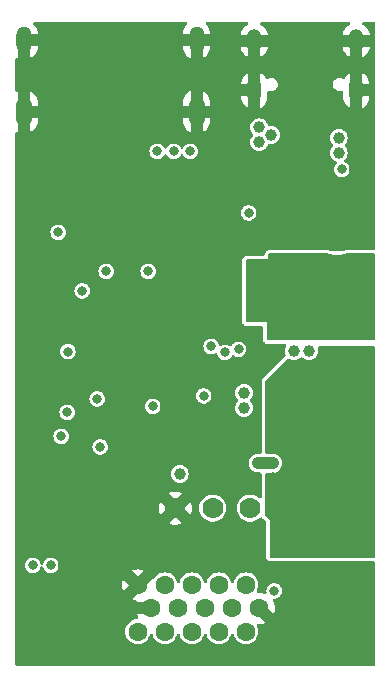
<source format=gbr>
%TF.GenerationSoftware,KiCad,Pcbnew,7.0.9-7.0.9~ubuntu22.04.1*%
%TF.CreationDate,2023-12-18T16:27:13+02:00*%
%TF.ProjectId,VGA2HDMI_Rev_C,56474132-4844-44d4-995f-5265765f432e,C*%
%TF.SameCoordinates,PX5f5e100PY7270e00*%
%TF.FileFunction,Copper,L2,Inr*%
%TF.FilePolarity,Positive*%
%FSLAX46Y46*%
G04 Gerber Fmt 4.6, Leading zero omitted, Abs format (unit mm)*
G04 Created by KiCad (PCBNEW 7.0.9-7.0.9~ubuntu22.04.1) date 2023-12-18 16:27:13*
%MOMM*%
%LPD*%
G01*
G04 APERTURE LIST*
%TA.AperFunction,ComponentPad*%
%ADD10O,1.300000X2.300000*%
%TD*%
%TA.AperFunction,ComponentPad*%
%ADD11O,1.300000X2.700000*%
%TD*%
%TA.AperFunction,ComponentPad*%
%ADD12O,1.200000X2.200000*%
%TD*%
%TA.AperFunction,ComponentPad*%
%ADD13O,1.300000X2.000000*%
%TD*%
%TA.AperFunction,ComponentPad*%
%ADD14C,1.778000*%
%TD*%
%TA.AperFunction,ComponentPad*%
%ADD15C,1.200000*%
%TD*%
%TA.AperFunction,ComponentPad*%
%ADD16C,6.300000*%
%TD*%
%TA.AperFunction,ComponentPad*%
%ADD17C,1.000000*%
%TD*%
%TA.AperFunction,ComponentPad*%
%ADD18C,1.800000*%
%TD*%
%TA.AperFunction,ComponentPad*%
%ADD19C,1.600000*%
%TD*%
%TA.AperFunction,ComponentPad*%
%ADD20O,4.800000X2.800000*%
%TD*%
%TA.AperFunction,ViaPad*%
%ADD21C,1.000000*%
%TD*%
%TA.AperFunction,ViaPad*%
%ADD22C,0.800000*%
%TD*%
%TA.AperFunction,Conductor*%
%ADD23C,1.016000*%
%TD*%
G04 APERTURE END LIST*
D10*
X1000000Y53200000D03*
D11*
X1000000Y47150000D03*
D10*
X15600000Y53200000D03*
D11*
X15600000Y47150000D03*
D12*
X20480000Y48970000D03*
X29120000Y48970000D03*
D13*
X20480000Y53150000D03*
X29120000Y53150000D03*
D14*
X16967000Y13574000D03*
D15*
X1087000Y14500000D03*
X1849000Y16151000D03*
X1849000Y12722000D03*
X3500000Y16913000D03*
D16*
X3500000Y14500000D03*
D15*
X3500000Y12087000D03*
X5151000Y16151000D03*
X5151000Y12849000D03*
X5913000Y14500000D03*
D14*
X20142000Y13574000D03*
D17*
X8950000Y25400000D03*
X10950000Y25400000D03*
X8950000Y26500000D03*
X10950000Y26500000D03*
D18*
X9950000Y27500000D03*
D17*
X8950000Y28500000D03*
X10950000Y28500000D03*
X8950000Y29600000D03*
X10950000Y29600000D03*
D14*
X13792000Y13574000D03*
D19*
X19780000Y7090000D03*
X17490000Y7090000D03*
X15200000Y7090000D03*
X12910000Y7090000D03*
X10620000Y7090000D03*
X20925000Y5110000D03*
X18635000Y5110000D03*
X16345000Y5110000D03*
X14055000Y5110000D03*
X11765000Y5110000D03*
X19780000Y3130000D03*
X17490000Y3130000D03*
X15200000Y3130000D03*
X12910000Y3130000D03*
X10620000Y3130000D03*
D20*
X3005000Y5110000D03*
X27995000Y5110000D03*
D15*
X25087000Y38500000D03*
X25849000Y40151000D03*
X25849000Y36722000D03*
X27500000Y40913000D03*
D16*
X27500000Y38500000D03*
D15*
X27500000Y36087000D03*
X29151000Y40151000D03*
X29151000Y36849000D03*
X29913000Y38500000D03*
D21*
X15189000Y35164000D03*
X17094000Y35164000D03*
X5918000Y1255000D03*
D22*
X4267000Y47864000D03*
D21*
X5156000Y36180000D03*
D22*
X11506000Y36053000D03*
X7315000Y47864000D03*
X15824000Y29322000D03*
X20904000Y12050000D03*
X16332000Y8494000D03*
D21*
X15697000Y37958000D03*
D22*
X1015800Y31735000D03*
D21*
X13030000Y40879000D03*
X4521000Y34656000D03*
X4775000Y37958000D03*
D22*
X7950000Y36053000D03*
X5791000Y47864000D03*
D21*
X13373500Y23898500D03*
X1092000Y44054000D03*
D22*
X15062000Y41260000D03*
X17475000Y23099000D03*
X8839000Y47864000D03*
D21*
X23698000Y8113000D03*
D22*
X6680000Y8367000D03*
D21*
X14300000Y39355000D03*
X2743000Y44054000D03*
X1092000Y41260000D03*
X1600000Y1255000D03*
D22*
X3378000Y35545000D03*
D21*
X15189000Y33513000D03*
X14300000Y36942000D03*
X29032000Y1255000D03*
X13538000Y20686000D03*
D22*
X2260400Y26350200D03*
X24079000Y49642000D03*
X11379000Y47864000D03*
D21*
X20523000Y28433000D03*
X21031000Y25639000D03*
X1092000Y28052000D03*
X19253000Y17384000D03*
D22*
X2362000Y31735000D03*
X18364000Y14717000D03*
D21*
X19315500Y41260000D03*
D22*
X12903000Y11415000D03*
D21*
X17094000Y33513000D03*
D22*
X14173000Y8875000D03*
X7950000Y12050000D03*
D21*
X13665000Y31100000D03*
X20523000Y35545000D03*
X24460000Y1255000D03*
D22*
X18618000Y8494000D03*
X18491000Y11415000D03*
D21*
X3378000Y39355000D03*
X2743000Y41260000D03*
X17094000Y36942000D03*
D22*
X3886000Y20813000D03*
X1092000Y35545000D03*
D21*
X29413000Y23861000D03*
X27381000Y16114000D03*
D22*
X7950000Y33640000D03*
D21*
X27381000Y10018000D03*
X19634000Y23353000D03*
X27127000Y18273000D03*
X27127000Y21067000D03*
X29413000Y26147000D03*
X25095000Y21067000D03*
X25095000Y18273000D03*
X25603000Y10018000D03*
X22047000Y13955000D03*
X23825000Y13955000D03*
X29159000Y16114000D03*
X25603000Y11923000D03*
X26111000Y22464000D03*
X22047000Y16114000D03*
X14173000Y16495000D03*
X25603000Y13955000D03*
X29159000Y13955000D03*
D22*
X4709992Y26842636D03*
D21*
X19634000Y22083000D03*
D22*
X11506000Y33640000D03*
D21*
X29413000Y18273000D03*
X26111000Y19670000D03*
X27381000Y11923000D03*
X27127000Y23861000D03*
X27381000Y13955000D03*
X27127000Y26147000D03*
X23825000Y11923000D03*
X23825000Y10018000D03*
X23825000Y16114000D03*
X25603000Y16114000D03*
X25095000Y23861000D03*
D22*
X16205000Y23099000D03*
X11887000Y22210000D03*
X4648000Y21702000D03*
D21*
X20523000Y30084000D03*
X26111000Y32751000D03*
X25095000Y34148000D03*
X25095000Y31354000D03*
X22047000Y17384000D03*
X27127000Y31354000D03*
X20523000Y31354000D03*
D22*
X5918000Y31989000D03*
X3251000Y8748000D03*
D21*
X20777000Y17384000D03*
X25095000Y28560000D03*
X29413000Y28560000D03*
D22*
X27889000Y42276000D03*
D21*
X29413000Y34148000D03*
D22*
X3886000Y36942000D03*
D21*
X27127000Y28560000D03*
X27127000Y34148000D03*
X26111000Y29957000D03*
X27635000Y43673000D03*
X23825000Y26909000D03*
X27635000Y44943000D03*
X20904000Y44562000D03*
X20904000Y45832000D03*
D22*
X7442000Y18781000D03*
D21*
X25095000Y26909000D03*
X21920000Y45197000D03*
D22*
X12268000Y43800000D03*
X19151400Y27036000D03*
X13665000Y43800000D03*
X16840000Y27289500D03*
X17983000Y26782000D03*
X15062000Y43800000D03*
X4140141Y19670000D03*
X1727000Y8748000D03*
X20015000Y38593000D03*
X7188000Y22845000D03*
X22174000Y6589000D03*
D23*
X11765000Y5110000D02*
X10027000Y5110000D01*
X22047000Y17384000D02*
X20777000Y17384000D01*
%TA.AperFunction,Conductor*%
G36*
X14770858Y54725498D02*
G01*
X14817351Y54671842D01*
X14827455Y54601568D01*
X14797961Y54536988D01*
X14787622Y54526385D01*
X14740565Y54483488D01*
X14740563Y54483486D01*
X14611231Y54312221D01*
X14611227Y54312216D01*
X14515573Y54120116D01*
X14515570Y54120110D01*
X14456840Y53913693D01*
X14456840Y53913689D01*
X14442000Y53753541D01*
X14442000Y53708000D01*
X15200000Y53708000D01*
X15200000Y52668519D01*
X15214835Y52574852D01*
X15272359Y52461955D01*
X15361955Y52372359D01*
X15474852Y52314835D01*
X15600000Y52295014D01*
X15725148Y52314835D01*
X15838045Y52372359D01*
X15927641Y52461955D01*
X15985165Y52574852D01*
X16000000Y52668519D01*
X16000000Y52692000D01*
X16108000Y52692000D01*
X16108000Y51654942D01*
X16118378Y51658962D01*
X16300843Y51771939D01*
X16459437Y51916517D01*
X16588768Y52087780D01*
X16588772Y52087785D01*
X16684426Y52279885D01*
X16684429Y52279891D01*
X16743159Y52486308D01*
X16743159Y52486312D01*
X16757587Y52642000D01*
X19331679Y52642000D01*
X19336840Y52586311D01*
X19336840Y52586307D01*
X19395570Y52379891D01*
X19395573Y52379885D01*
X19491227Y52187785D01*
X19491231Y52187780D01*
X19620562Y52016517D01*
X19779156Y51871939D01*
X19961621Y51758962D01*
X19972000Y51754942D01*
X19972000Y52642000D01*
X19331679Y52642000D01*
X16757587Y52642000D01*
X16758000Y52646460D01*
X16758000Y52692000D01*
X16108000Y52692000D01*
X16000000Y52692000D01*
X16000000Y53708000D01*
X16758000Y53708000D01*
X16758000Y53753541D01*
X16743159Y53913689D01*
X16743159Y53913693D01*
X16684429Y54120110D01*
X16684426Y54120116D01*
X16588772Y54312216D01*
X16588768Y54312221D01*
X16459436Y54483486D01*
X16459434Y54483488D01*
X16412378Y54526385D01*
X16375511Y54587059D01*
X16377300Y54658033D01*
X16417176Y54716773D01*
X16482479Y54744630D01*
X16497263Y54745500D01*
X19848994Y54745500D01*
X19917115Y54725498D01*
X19963608Y54671842D01*
X19973712Y54601568D01*
X19944218Y54536988D01*
X19915324Y54512372D01*
X19779156Y54428062D01*
X19620562Y54283484D01*
X19491231Y54112221D01*
X19491227Y54112216D01*
X19395573Y53920116D01*
X19395570Y53920110D01*
X19336840Y53713694D01*
X19336840Y53713690D01*
X19331679Y53658000D01*
X20137050Y53658000D01*
X20094835Y53575148D01*
X20080000Y53481481D01*
X20080000Y52818519D01*
X20094835Y52724852D01*
X20152359Y52611955D01*
X20241955Y52522359D01*
X20354852Y52464835D01*
X20480000Y52445014D01*
X20605148Y52464835D01*
X20718045Y52522359D01*
X20807641Y52611955D01*
X20822950Y52642000D01*
X20988000Y52642000D01*
X20988000Y51754942D01*
X20998378Y51758962D01*
X21180843Y51871939D01*
X21339437Y52016517D01*
X21468768Y52187780D01*
X21468772Y52187785D01*
X21564426Y52379885D01*
X21564429Y52379891D01*
X21623159Y52586307D01*
X21623159Y52586311D01*
X21628321Y52642000D01*
X27971679Y52642000D01*
X27976840Y52586311D01*
X27976840Y52586307D01*
X28035570Y52379891D01*
X28035573Y52379885D01*
X28131227Y52187785D01*
X28131231Y52187780D01*
X28260562Y52016517D01*
X28419156Y51871939D01*
X28601621Y51758962D01*
X28612000Y51754942D01*
X28612000Y52642000D01*
X27971679Y52642000D01*
X21628321Y52642000D01*
X20988000Y52642000D01*
X20822950Y52642000D01*
X20865165Y52724852D01*
X20880000Y52818519D01*
X20880000Y53481481D01*
X20865165Y53575148D01*
X20822950Y53658000D01*
X21628320Y53658000D01*
X21623159Y53713690D01*
X21623159Y53713694D01*
X21564429Y53920110D01*
X21564426Y53920116D01*
X21468772Y54112216D01*
X21468768Y54112221D01*
X21339437Y54283484D01*
X21180843Y54428062D01*
X21044676Y54512372D01*
X20997288Y54565239D01*
X20986005Y54635334D01*
X21014409Y54700401D01*
X21073481Y54739783D01*
X21111006Y54745500D01*
X28488994Y54745500D01*
X28557115Y54725498D01*
X28603608Y54671842D01*
X28613712Y54601568D01*
X28584218Y54536988D01*
X28555324Y54512372D01*
X28419156Y54428062D01*
X28260562Y54283484D01*
X28131231Y54112221D01*
X28131227Y54112216D01*
X28035573Y53920116D01*
X28035570Y53920110D01*
X27976840Y53713694D01*
X27976840Y53713690D01*
X27971679Y53658000D01*
X28777050Y53658000D01*
X28734835Y53575148D01*
X28720000Y53481481D01*
X28720000Y52818519D01*
X28734835Y52724852D01*
X28792359Y52611955D01*
X28881955Y52522359D01*
X28994852Y52464835D01*
X29120000Y52445014D01*
X29245148Y52464835D01*
X29358045Y52522359D01*
X29447641Y52611955D01*
X29462950Y52642000D01*
X29628000Y52642000D01*
X29628000Y51754942D01*
X29638378Y51758962D01*
X29820843Y51871939D01*
X29979437Y52016517D01*
X30108768Y52187780D01*
X30108772Y52187785D01*
X30204426Y52379885D01*
X30204429Y52379891D01*
X30263159Y52586307D01*
X30263159Y52586311D01*
X30268321Y52642000D01*
X29628000Y52642000D01*
X29462950Y52642000D01*
X29505165Y52724852D01*
X29520000Y52818519D01*
X29520000Y53481481D01*
X29505165Y53575148D01*
X29462950Y53658000D01*
X30268320Y53658000D01*
X30263159Y53713690D01*
X30263159Y53713694D01*
X30204429Y53920110D01*
X30204426Y53920116D01*
X30108772Y54112216D01*
X30108768Y54112221D01*
X29979437Y54283484D01*
X29820843Y54428062D01*
X29684676Y54512372D01*
X29637288Y54565239D01*
X29626005Y54635334D01*
X29654409Y54700401D01*
X29713481Y54739783D01*
X29751006Y54745500D01*
X30619500Y54745500D01*
X30687621Y54725498D01*
X30734114Y54671842D01*
X30745500Y54619500D01*
X30745500Y35600300D01*
X30725498Y35532179D01*
X30671842Y35485686D01*
X30619500Y35474300D01*
X28423061Y35474300D01*
X28413277Y35473770D01*
X28406284Y35473390D01*
X28369800Y35469424D01*
X28362477Y35468627D01*
X28345904Y35465910D01*
X28345905Y35465910D01*
X28345893Y35465908D01*
X28012887Y35392607D01*
X28006153Y35391504D01*
X27679442Y35355971D01*
X27673920Y35355370D01*
X27667103Y35355000D01*
X27332904Y35355000D01*
X27326087Y35355370D01*
X26993849Y35391503D01*
X26987112Y35392607D01*
X26654113Y35465907D01*
X26654111Y35465907D01*
X26654106Y35465908D01*
X26646176Y35467208D01*
X26637523Y35468627D01*
X26637525Y35468626D01*
X26637513Y35468628D01*
X26593717Y35473390D01*
X26586723Y35473770D01*
X26576940Y35474300D01*
X26576933Y35474300D01*
X21792000Y35474300D01*
X21791992Y35474300D01*
X21733371Y35467997D01*
X21726043Y35467209D01*
X21726039Y35467209D01*
X21726038Y35467208D01*
X21711006Y35463939D01*
X21673701Y35455823D01*
X21634892Y35444694D01*
X21536455Y35387125D01*
X21536450Y35387121D01*
X21482798Y35340631D01*
X21439955Y35295192D01*
X21388269Y35193538D01*
X21368271Y35125430D01*
X21368266Y35125409D01*
X21360928Y35074368D01*
X21331435Y35009787D01*
X21271709Y34971404D01*
X21236211Y34966300D01*
X19886992Y34966300D01*
X19828371Y34959997D01*
X19821043Y34959209D01*
X19768701Y34947823D01*
X19729892Y34936694D01*
X19631455Y34879125D01*
X19631450Y34879121D01*
X19577798Y34832631D01*
X19534955Y34787192D01*
X19483269Y34685538D01*
X19463271Y34617430D01*
X19463269Y34617421D01*
X19450700Y34529998D01*
X19450700Y29447993D01*
X19457791Y29382045D01*
X19457792Y29382039D01*
X19469177Y29329702D01*
X19469177Y29329701D01*
X19480306Y29290893D01*
X19480307Y29290892D01*
X19537876Y29192455D01*
X19584369Y29138799D01*
X19629808Y29095956D01*
X19731458Y29044271D01*
X19799579Y29024269D01*
X19887000Y29011700D01*
X21102700Y29011700D01*
X21170821Y28991698D01*
X21217314Y28938042D01*
X21228700Y28885700D01*
X21228700Y27923993D01*
X21235791Y27858045D01*
X21235792Y27858039D01*
X21247177Y27805702D01*
X21247177Y27805701D01*
X21258306Y27766893D01*
X21315875Y27668456D01*
X21315879Y27668451D01*
X21362369Y27614799D01*
X21407808Y27571956D01*
X21509458Y27520271D01*
X21577579Y27500269D01*
X21665000Y27487700D01*
X23069560Y27487700D01*
X23137681Y27467698D01*
X23184174Y27414042D01*
X23194278Y27343768D01*
X23176247Y27294664D01*
X23140919Y27238441D01*
X23140918Y27238438D01*
X23109635Y27149035D01*
X23084763Y27077954D01*
X23065726Y26909000D01*
X23084763Y26740046D01*
X23130135Y26610379D01*
X23133753Y26539476D01*
X23098464Y26477871D01*
X23086714Y26467898D01*
X23028454Y26424286D01*
X23028445Y26424278D01*
X21223614Y24619445D01*
X21223609Y24619440D01*
X21212502Y24607076D01*
X21195717Y24586247D01*
X21190389Y24579635D01*
X21185957Y24574006D01*
X21185953Y24574000D01*
X21134272Y24472356D01*
X21134270Y24472351D01*
X21114271Y24404241D01*
X21114269Y24404232D01*
X21101700Y24316809D01*
X21101700Y18323288D01*
X21105713Y18285968D01*
X21093107Y18216100D01*
X21044729Y18164138D01*
X20980435Y18146500D01*
X20732585Y18146500D01*
X20599958Y18130999D01*
X20599956Y18130998D01*
X20432463Y18070036D01*
X20432457Y18070033D01*
X20283542Y17972090D01*
X20161216Y17842433D01*
X20072094Y17688069D01*
X20038012Y17574228D01*
X20020972Y17517308D01*
X20010608Y17339363D01*
X20038870Y17179082D01*
X20041561Y17163820D01*
X20041561Y17163819D01*
X20112156Y17000161D01*
X20112157Y17000160D01*
X20112159Y17000158D01*
X20112160Y17000155D01*
X20218602Y16857178D01*
X20218604Y16857177D01*
X20218605Y16857175D01*
X20257618Y16824440D01*
X20355147Y16742604D01*
X20355151Y16742602D01*
X20514427Y16662609D01*
X20514430Y16662608D01*
X20514434Y16662606D01*
X20687877Y16621500D01*
X20981708Y16621500D01*
X21049829Y16601498D01*
X21096322Y16547842D01*
X21106426Y16477569D01*
X21101700Y16444698D01*
X21101700Y14531824D01*
X21081698Y14463703D01*
X21028042Y14417210D01*
X20957768Y14407106D01*
X20893188Y14436600D01*
X20890814Y14438709D01*
X20834066Y14490442D01*
X20653891Y14602002D01*
X20653886Y14602004D01*
X20653885Y14602005D01*
X20456277Y14678559D01*
X20456278Y14678559D01*
X20456275Y14678560D01*
X20456274Y14678560D01*
X20247961Y14717500D01*
X20036039Y14717500D01*
X19827726Y14678560D01*
X19827721Y14678559D01*
X19630119Y14602007D01*
X19630108Y14602002D01*
X19449933Y14490442D01*
X19293324Y14347674D01*
X19165612Y14178556D01*
X19071150Y13988850D01*
X19071147Y13988842D01*
X19013154Y13785017D01*
X18993601Y13574005D01*
X18993601Y13573996D01*
X19013154Y13362984D01*
X19018764Y13343266D01*
X19071150Y13159150D01*
X19165611Y12969446D01*
X19165612Y12969445D01*
X19293324Y12800327D01*
X19449933Y12657559D01*
X19630108Y12545999D01*
X19630110Y12545999D01*
X19630115Y12545995D01*
X19827726Y12469440D01*
X20036039Y12430500D01*
X20036041Y12430500D01*
X20247959Y12430500D01*
X20247961Y12430500D01*
X20456274Y12469440D01*
X20653885Y12545995D01*
X20834065Y12657558D01*
X20979094Y12789771D01*
X21042907Y12820880D01*
X21113414Y12812551D01*
X21168224Y12767425D01*
X21174561Y12757046D01*
X21176560Y12753385D01*
X21176563Y12753381D01*
X21229490Y12682681D01*
X21445795Y12466376D01*
X21479819Y12404066D01*
X21482699Y12377282D01*
X21482699Y9509005D01*
X21482700Y9508993D01*
X21488215Y9457701D01*
X21489791Y9443043D01*
X21498610Y9402500D01*
X21501177Y9390702D01*
X21501177Y9390701D01*
X21512306Y9351893D01*
X21548154Y9290598D01*
X21569876Y9253455D01*
X21616369Y9199799D01*
X21661808Y9156956D01*
X21763458Y9105271D01*
X21831579Y9085269D01*
X21919000Y9072700D01*
X21919003Y9072700D01*
X30619500Y9072700D01*
X30687621Y9052698D01*
X30734114Y8999042D01*
X30745500Y8946700D01*
X30745500Y380500D01*
X30725498Y312379D01*
X30671842Y265886D01*
X30619500Y254500D01*
X380500Y254500D01*
X312379Y274502D01*
X265886Y328158D01*
X254500Y380500D01*
X254500Y3129997D01*
X9560398Y3129997D01*
X9580756Y2923289D01*
X9641055Y2724508D01*
X9738974Y2541314D01*
X9870747Y2380748D01*
X10031313Y2248976D01*
X10031313Y2248975D01*
X10031317Y2248973D01*
X10214508Y2151055D01*
X10413282Y2090758D01*
X10413286Y2090758D01*
X10413288Y2090757D01*
X10619997Y2070398D01*
X10620000Y2070398D01*
X10620003Y2070398D01*
X10826711Y2090757D01*
X10826712Y2090758D01*
X10826718Y2090758D01*
X11025492Y2151055D01*
X11208683Y2248973D01*
X11208684Y2248975D01*
X11208686Y2248975D01*
X11208686Y2248976D01*
X11369252Y2380748D01*
X11501027Y2541317D01*
X11598945Y2724508D01*
X11644426Y2874442D01*
X11683340Y2933821D01*
X11748181Y2962736D01*
X11818362Y2952006D01*
X11871601Y2905037D01*
X11885572Y2874444D01*
X11931055Y2724508D01*
X12028974Y2541314D01*
X12160747Y2380748D01*
X12321313Y2248976D01*
X12321313Y2248975D01*
X12321317Y2248973D01*
X12504508Y2151055D01*
X12703282Y2090758D01*
X12703286Y2090758D01*
X12703288Y2090757D01*
X12909997Y2070398D01*
X12910000Y2070398D01*
X12910003Y2070398D01*
X13116711Y2090757D01*
X13116712Y2090758D01*
X13116718Y2090758D01*
X13315492Y2151055D01*
X13498683Y2248973D01*
X13498684Y2248975D01*
X13498686Y2248975D01*
X13498686Y2248976D01*
X13659252Y2380748D01*
X13791027Y2541317D01*
X13888945Y2724508D01*
X13934426Y2874442D01*
X13973340Y2933821D01*
X14038181Y2962736D01*
X14108362Y2952006D01*
X14161601Y2905037D01*
X14175572Y2874444D01*
X14221055Y2724508D01*
X14318974Y2541314D01*
X14450747Y2380748D01*
X14611313Y2248976D01*
X14611313Y2248975D01*
X14611317Y2248973D01*
X14794508Y2151055D01*
X14993282Y2090758D01*
X14993286Y2090758D01*
X14993288Y2090757D01*
X15199997Y2070398D01*
X15200000Y2070398D01*
X15200003Y2070398D01*
X15406711Y2090757D01*
X15406712Y2090758D01*
X15406718Y2090758D01*
X15605492Y2151055D01*
X15788683Y2248973D01*
X15788684Y2248975D01*
X15788686Y2248975D01*
X15788686Y2248976D01*
X15949252Y2380748D01*
X16081027Y2541317D01*
X16178945Y2724508D01*
X16224426Y2874442D01*
X16263340Y2933821D01*
X16328181Y2962736D01*
X16398362Y2952006D01*
X16451601Y2905037D01*
X16465572Y2874444D01*
X16511055Y2724508D01*
X16608974Y2541314D01*
X16740747Y2380748D01*
X16901313Y2248976D01*
X16901313Y2248975D01*
X16901317Y2248973D01*
X17084508Y2151055D01*
X17283282Y2090758D01*
X17283286Y2090758D01*
X17283288Y2090757D01*
X17489997Y2070398D01*
X17490000Y2070398D01*
X17490003Y2070398D01*
X17696711Y2090757D01*
X17696712Y2090758D01*
X17696718Y2090758D01*
X17895492Y2151055D01*
X18078683Y2248973D01*
X18078684Y2248975D01*
X18078686Y2248975D01*
X18078686Y2248976D01*
X18239252Y2380748D01*
X18371027Y2541317D01*
X18468945Y2724508D01*
X18514426Y2874442D01*
X18553340Y2933821D01*
X18618181Y2962736D01*
X18688362Y2952006D01*
X18741601Y2905037D01*
X18755572Y2874444D01*
X18801055Y2724508D01*
X18898974Y2541314D01*
X19030747Y2380748D01*
X19191313Y2248976D01*
X19191313Y2248975D01*
X19191317Y2248973D01*
X19374508Y2151055D01*
X19573282Y2090758D01*
X19573286Y2090758D01*
X19573288Y2090757D01*
X19779997Y2070398D01*
X19780000Y2070398D01*
X19780003Y2070398D01*
X19986711Y2090757D01*
X19986712Y2090758D01*
X19986718Y2090758D01*
X20185492Y2151055D01*
X20368683Y2248973D01*
X20368684Y2248975D01*
X20368686Y2248975D01*
X20368686Y2248976D01*
X20529252Y2380748D01*
X20661027Y2541317D01*
X20758945Y2724508D01*
X20819242Y2923282D01*
X20839602Y3130000D01*
X20819242Y3336718D01*
X20758945Y3535492D01*
X20713838Y3619880D01*
X20699367Y3689385D01*
X20724771Y3755681D01*
X20781984Y3797719D01*
X20835943Y3804796D01*
X20925000Y3797005D01*
X21153002Y3816952D01*
X21374068Y3876187D01*
X21374071Y3876188D01*
X21419301Y3897279D01*
X21419301Y3897280D01*
X20295675Y5020906D01*
X20286280Y5038111D01*
X20425000Y5038111D01*
X20465507Y4900156D01*
X20543239Y4779202D01*
X20651900Y4685048D01*
X20782685Y4625320D01*
X20889237Y4610000D01*
X20960763Y4610000D01*
X21067315Y4625320D01*
X21198100Y4685048D01*
X21306761Y4779202D01*
X21384493Y4900156D01*
X21425000Y5038111D01*
X21425000Y5181889D01*
X21384493Y5319844D01*
X21306761Y5440798D01*
X21198100Y5534952D01*
X21067315Y5594680D01*
X20960763Y5610000D01*
X20889237Y5610000D01*
X20782685Y5594680D01*
X20651900Y5534952D01*
X20543239Y5440798D01*
X20465507Y5319844D01*
X20425000Y5181889D01*
X20425000Y5038111D01*
X20286280Y5038111D01*
X20261649Y5083218D01*
X20266714Y5154033D01*
X20295675Y5199096D01*
X20835904Y5739325D01*
X20898216Y5773351D01*
X20969031Y5768286D01*
X21014094Y5739325D01*
X22137720Y4615699D01*
X22137721Y4615699D01*
X22158812Y4660929D01*
X22158813Y4660932D01*
X22218048Y4881998D01*
X22237995Y5110000D01*
X22218048Y5338003D01*
X22158813Y5559069D01*
X22158811Y5559074D01*
X22067333Y5755250D01*
X22056672Y5825442D01*
X22085652Y5890254D01*
X22145072Y5929111D01*
X22181528Y5934500D01*
X22253470Y5934500D01*
X22253471Y5934500D01*
X22407793Y5972537D01*
X22548529Y6046401D01*
X22667498Y6151799D01*
X22757787Y6282605D01*
X22814149Y6431218D01*
X22814149Y6431219D01*
X22814150Y6431221D01*
X22833307Y6588997D01*
X22833307Y6589004D01*
X22814150Y6746780D01*
X22800538Y6782669D01*
X22757787Y6895395D01*
X22667498Y7026201D01*
X22548529Y7131599D01*
X22548528Y7131600D01*
X22548525Y7131602D01*
X22407797Y7205461D01*
X22407795Y7205462D01*
X22407793Y7205463D01*
X22407791Y7205464D01*
X22407790Y7205464D01*
X22253472Y7243500D01*
X22253471Y7243500D01*
X22094529Y7243500D01*
X22094527Y7243500D01*
X21940209Y7205464D01*
X21940202Y7205461D01*
X21799474Y7131602D01*
X21799469Y7131598D01*
X21680501Y7026200D01*
X21590215Y6895399D01*
X21590212Y6895393D01*
X21533849Y6746780D01*
X21514693Y6589004D01*
X21514693Y6588996D01*
X21527709Y6481794D01*
X21516064Y6411759D01*
X21468403Y6359138D01*
X21399859Y6340637D01*
X21370017Y6344900D01*
X21153000Y6403049D01*
X21153004Y6403049D01*
X20924999Y6422996D01*
X20835941Y6415205D01*
X20766337Y6429195D01*
X20715345Y6478595D01*
X20699155Y6547721D01*
X20713837Y6600119D01*
X20758945Y6684508D01*
X20819242Y6883282D01*
X20820436Y6895399D01*
X20839602Y7089997D01*
X20839602Y7090004D01*
X20819243Y7296712D01*
X20819242Y7296714D01*
X20819242Y7296718D01*
X20758945Y7495492D01*
X20661027Y7678683D01*
X20661025Y7678687D01*
X20529252Y7839253D01*
X20368686Y7971025D01*
X20368686Y7971026D01*
X20185492Y8068945D01*
X19986711Y8129244D01*
X19780003Y8149602D01*
X19779997Y8149602D01*
X19573288Y8129244D01*
X19374507Y8068945D01*
X19191313Y7971026D01*
X19191313Y7971025D01*
X19030747Y7839253D01*
X18898975Y7678687D01*
X18898974Y7678687D01*
X18801055Y7495493D01*
X18755575Y7345562D01*
X18716660Y7286180D01*
X18651818Y7257265D01*
X18581637Y7267995D01*
X18528399Y7314964D01*
X18514425Y7345562D01*
X18468945Y7495492D01*
X18371027Y7678683D01*
X18371025Y7678687D01*
X18239252Y7839253D01*
X18078686Y7971025D01*
X18078686Y7971026D01*
X17895492Y8068945D01*
X17696711Y8129244D01*
X17490003Y8149602D01*
X17489997Y8149602D01*
X17283288Y8129244D01*
X17084507Y8068945D01*
X16901313Y7971026D01*
X16901313Y7971025D01*
X16740747Y7839253D01*
X16608975Y7678687D01*
X16608974Y7678687D01*
X16511055Y7495493D01*
X16465575Y7345562D01*
X16426660Y7286180D01*
X16361818Y7257265D01*
X16291637Y7267995D01*
X16238399Y7314964D01*
X16224425Y7345562D01*
X16178945Y7495492D01*
X16081027Y7678683D01*
X16081025Y7678687D01*
X15949252Y7839253D01*
X15788686Y7971025D01*
X15788686Y7971026D01*
X15605492Y8068945D01*
X15406711Y8129244D01*
X15200003Y8149602D01*
X15199997Y8149602D01*
X14993288Y8129244D01*
X14794507Y8068945D01*
X14611313Y7971026D01*
X14611313Y7971025D01*
X14450747Y7839253D01*
X14318975Y7678687D01*
X14318974Y7678687D01*
X14221055Y7495493D01*
X14175575Y7345562D01*
X14136660Y7286180D01*
X14071818Y7257265D01*
X14001637Y7267995D01*
X13948399Y7314964D01*
X13934425Y7345562D01*
X13888945Y7495492D01*
X13791027Y7678683D01*
X13791025Y7678687D01*
X13659252Y7839253D01*
X13498686Y7971025D01*
X13498686Y7971026D01*
X13315492Y8068945D01*
X13116711Y8129244D01*
X12910003Y8149602D01*
X12909997Y8149602D01*
X12703288Y8129244D01*
X12504507Y8068945D01*
X12321313Y7971026D01*
X12321313Y7971025D01*
X12160747Y7839253D01*
X12028975Y7678687D01*
X12028974Y7678686D01*
X12009020Y7641355D01*
X11959267Y7590708D01*
X11890030Y7574999D01*
X11876020Y7576667D01*
X11832720Y7584302D01*
X10620000Y6371579D01*
X10125698Y5877280D01*
X10125698Y5877279D01*
X10170928Y5856188D01*
X10391999Y5796952D01*
X10391995Y5796952D01*
X10453045Y5791611D01*
X10519164Y5765748D01*
X10560803Y5708244D01*
X10564744Y5637357D01*
X10556259Y5612842D01*
X10531192Y5559084D01*
X10531186Y5559069D01*
X10471951Y5338003D01*
X10452004Y5110000D01*
X10471951Y4881998D01*
X10531186Y4660932D01*
X10531188Y4660927D01*
X10627912Y4453502D01*
X10676650Y4383897D01*
X10699338Y4316623D01*
X10682053Y4247763D01*
X10630283Y4199178D01*
X10585787Y4186233D01*
X10413288Y4169244D01*
X10214507Y4108945D01*
X10031313Y4011026D01*
X10031313Y4011025D01*
X9870747Y3879253D01*
X9738975Y3718687D01*
X9738974Y3718687D01*
X9641055Y3535493D01*
X9580756Y3336712D01*
X9560398Y3130004D01*
X9560398Y3129997D01*
X254500Y3129997D01*
X254500Y7090000D01*
X9307004Y7090000D01*
X9326951Y6861998D01*
X9386186Y6640932D01*
X9386188Y6640926D01*
X9407277Y6595700D01*
X9407278Y6595699D01*
X9829690Y7018111D01*
X10120000Y7018111D01*
X10160507Y6880156D01*
X10238239Y6759202D01*
X10346900Y6665048D01*
X10477685Y6605320D01*
X10584237Y6590000D01*
X10655763Y6590000D01*
X10762315Y6605320D01*
X10893100Y6665048D01*
X11001761Y6759202D01*
X11079493Y6880156D01*
X11120000Y7018111D01*
X11120000Y7161889D01*
X11079493Y7299844D01*
X11001761Y7420798D01*
X10893100Y7514952D01*
X10762315Y7574680D01*
X10655763Y7590000D01*
X10584237Y7590000D01*
X10477685Y7574680D01*
X10346900Y7514952D01*
X10238239Y7420798D01*
X10160507Y7299844D01*
X10120000Y7161889D01*
X10120000Y7018111D01*
X9829690Y7018111D01*
X9901580Y7090001D01*
X9407279Y7584302D01*
X9407276Y7584302D01*
X9386187Y7539075D01*
X9326951Y7318003D01*
X9307004Y7090000D01*
X254500Y7090000D01*
X254500Y8747997D01*
X1067693Y8747997D01*
X1086849Y8590221D01*
X1135447Y8462081D01*
X1143213Y8441605D01*
X1233502Y8310799D01*
X1352471Y8205401D01*
X1352472Y8205401D01*
X1352474Y8205399D01*
X1427200Y8166180D01*
X1493207Y8131537D01*
X1647529Y8093500D01*
X1647530Y8093500D01*
X1806470Y8093500D01*
X1806471Y8093500D01*
X1960793Y8131537D01*
X2101529Y8205401D01*
X2220498Y8310799D01*
X2310787Y8441605D01*
X2367149Y8590218D01*
X2367148Y8590218D01*
X2369852Y8597345D01*
X2371582Y8596689D01*
X2402382Y8649591D01*
X2465604Y8681894D01*
X2536254Y8674888D01*
X2591902Y8630799D01*
X2607321Y8597032D01*
X2608148Y8597345D01*
X2610851Y8590218D01*
X2667213Y8441605D01*
X2757502Y8310799D01*
X2876471Y8205401D01*
X2876472Y8205401D01*
X2876474Y8205399D01*
X2951200Y8166180D01*
X3017207Y8131537D01*
X3171529Y8093500D01*
X3171530Y8093500D01*
X3330470Y8093500D01*
X3330471Y8093500D01*
X3484793Y8131537D01*
X3625529Y8205401D01*
X3735380Y8302721D01*
X10125698Y8302721D01*
X10619999Y7808420D01*
X10620000Y7808420D01*
X11114301Y8302722D01*
X11114300Y8302723D01*
X11069074Y8323812D01*
X11069068Y8323814D01*
X10848000Y8383049D01*
X10848004Y8383049D01*
X10620000Y8402996D01*
X10391997Y8383049D01*
X10170925Y8323813D01*
X10125698Y8302724D01*
X10125698Y8302721D01*
X3735380Y8302721D01*
X3744498Y8310799D01*
X3834787Y8441605D01*
X3891149Y8590218D01*
X3891149Y8590219D01*
X3891150Y8590221D01*
X3910307Y8747997D01*
X3910307Y8748004D01*
X3891150Y8905780D01*
X3875631Y8946700D01*
X3834787Y9054395D01*
X3744498Y9185201D01*
X3625529Y9290599D01*
X3625528Y9290600D01*
X3625525Y9290602D01*
X3484797Y9364461D01*
X3484795Y9364462D01*
X3484793Y9364463D01*
X3484791Y9364464D01*
X3484790Y9364464D01*
X3330472Y9402500D01*
X3330471Y9402500D01*
X3171529Y9402500D01*
X3171527Y9402500D01*
X3017209Y9364464D01*
X3017202Y9364461D01*
X2876474Y9290602D01*
X2876469Y9290598D01*
X2757501Y9185200D01*
X2667215Y9054399D01*
X2667212Y9054393D01*
X2608148Y8898655D01*
X2606418Y8899311D01*
X2575614Y8846406D01*
X2512391Y8814106D01*
X2441741Y8821115D01*
X2386095Y8865207D01*
X2370677Y8898968D01*
X2369852Y8898655D01*
X2351631Y8946700D01*
X2310787Y9054395D01*
X2220498Y9185201D01*
X2101529Y9290599D01*
X2101528Y9290600D01*
X2101525Y9290602D01*
X1960797Y9364461D01*
X1960795Y9364462D01*
X1960793Y9364463D01*
X1960791Y9364464D01*
X1960790Y9364464D01*
X1806472Y9402500D01*
X1806471Y9402500D01*
X1647529Y9402500D01*
X1647527Y9402500D01*
X1493209Y9364464D01*
X1493202Y9364461D01*
X1352474Y9290602D01*
X1352469Y9290598D01*
X1233501Y9185200D01*
X1143215Y9054399D01*
X1143212Y9054393D01*
X1086849Y8905780D01*
X1067693Y8748004D01*
X1067693Y8747997D01*
X254500Y8747997D01*
X254500Y12291056D01*
X13227474Y12291056D01*
X13228907Y12290280D01*
X13228910Y12290279D01*
X13447876Y12215108D01*
X13447885Y12215106D01*
X13676245Y12177000D01*
X13907755Y12177000D01*
X14136114Y12215106D01*
X14136123Y12215108D01*
X14355088Y12290279D01*
X14356523Y12291056D01*
X13792000Y12855580D01*
X13791999Y12855580D01*
X13227474Y12291056D01*
X254500Y12291056D01*
X254500Y13574000D01*
X12390212Y13574000D01*
X12409332Y13343266D01*
X12466163Y13118844D01*
X12466166Y13118837D01*
X12512586Y13013009D01*
X13001689Y13502111D01*
X13292000Y13502111D01*
X13332507Y13364156D01*
X13410239Y13243202D01*
X13518900Y13149048D01*
X13649685Y13089320D01*
X13756237Y13074000D01*
X13827763Y13074000D01*
X13934315Y13089320D01*
X14065100Y13149048D01*
X14173761Y13243202D01*
X14251493Y13364156D01*
X14292000Y13502111D01*
X14292000Y13574001D01*
X14510419Y13574001D01*
X15071412Y13013010D01*
X15117834Y13118840D01*
X15117835Y13118842D01*
X15174667Y13343266D01*
X15193787Y13573996D01*
X15818601Y13573996D01*
X15838154Y13362984D01*
X15843764Y13343266D01*
X15896150Y13159150D01*
X15990611Y12969446D01*
X15990612Y12969445D01*
X16118324Y12800327D01*
X16274933Y12657559D01*
X16455108Y12545999D01*
X16455110Y12545999D01*
X16455115Y12545995D01*
X16652726Y12469440D01*
X16861039Y12430500D01*
X16861041Y12430500D01*
X17072959Y12430500D01*
X17072961Y12430500D01*
X17281274Y12469440D01*
X17478885Y12545995D01*
X17659065Y12657558D01*
X17815677Y12800329D01*
X17943389Y12969446D01*
X18037850Y13159150D01*
X18095845Y13362982D01*
X18102363Y13433322D01*
X18115399Y13573996D01*
X18115399Y13574005D01*
X18095845Y13785017D01*
X18061764Y13904798D01*
X18037850Y13988850D01*
X17943389Y14178554D01*
X17815677Y14347671D01*
X17815675Y14347674D01*
X17659066Y14490442D01*
X17478891Y14602002D01*
X17478886Y14602004D01*
X17478885Y14602005D01*
X17281277Y14678559D01*
X17281278Y14678559D01*
X17281275Y14678560D01*
X17281274Y14678560D01*
X17072961Y14717500D01*
X16861039Y14717500D01*
X16652726Y14678560D01*
X16652721Y14678559D01*
X16455119Y14602007D01*
X16455108Y14602002D01*
X16274933Y14490442D01*
X16118324Y14347674D01*
X15990612Y14178556D01*
X15896150Y13988850D01*
X15896147Y13988842D01*
X15838154Y13785017D01*
X15818601Y13574005D01*
X15818601Y13573996D01*
X15193787Y13573996D01*
X15193787Y13574000D01*
X15174667Y13804735D01*
X15117835Y14029159D01*
X15117833Y14029166D01*
X15071412Y14134993D01*
X15071411Y14134993D01*
X14510419Y13574001D01*
X14292000Y13574001D01*
X14292000Y13645889D01*
X14251493Y13783844D01*
X14173761Y13904798D01*
X14065100Y13998952D01*
X13934315Y14058680D01*
X13827763Y14074000D01*
X13756237Y14074000D01*
X13649685Y14058680D01*
X13518900Y13998952D01*
X13410239Y13904798D01*
X13332507Y13783844D01*
X13292000Y13645889D01*
X13292000Y13502111D01*
X13001689Y13502111D01*
X13073579Y13574001D01*
X12512587Y14134993D01*
X12466166Y14029164D01*
X12466163Y14029157D01*
X12409332Y13804735D01*
X12390212Y13574000D01*
X254500Y13574000D01*
X254500Y14856946D01*
X13227474Y14856946D01*
X13791999Y14292421D01*
X13792000Y14292421D01*
X14356523Y14856946D01*
X14355091Y14857721D01*
X14136123Y14932893D01*
X14136114Y14932895D01*
X13907755Y14971000D01*
X13676245Y14971000D01*
X13447885Y14932895D01*
X13447876Y14932893D01*
X13228905Y14857720D01*
X13227474Y14856947D01*
X13227474Y14856946D01*
X254500Y14856946D01*
X254500Y16495000D01*
X13413726Y16495000D01*
X13432763Y16326046D01*
X13432764Y16326044D01*
X13488918Y16165563D01*
X13488919Y16165561D01*
X13579375Y16021601D01*
X13579377Y16021598D01*
X13699597Y15901378D01*
X13699600Y15901376D01*
X13843563Y15810918D01*
X14004046Y15754763D01*
X14173000Y15735726D01*
X14341954Y15754763D01*
X14502437Y15810918D01*
X14646400Y15901376D01*
X14766624Y16021600D01*
X14857082Y16165563D01*
X14913237Y16326046D01*
X14932274Y16495000D01*
X14913237Y16663954D01*
X14857082Y16824437D01*
X14766624Y16968400D01*
X14766622Y16968403D01*
X14646402Y17088623D01*
X14646399Y17088625D01*
X14502439Y17179081D01*
X14502437Y17179082D01*
X14341954Y17235237D01*
X14173000Y17254274D01*
X14004046Y17235237D01*
X14004043Y17235237D01*
X14004043Y17235236D01*
X13843562Y17179082D01*
X13843560Y17179081D01*
X13699600Y17088625D01*
X13699597Y17088623D01*
X13579377Y16968403D01*
X13579375Y16968400D01*
X13488919Y16824440D01*
X13488918Y16824438D01*
X13460283Y16742602D01*
X13432763Y16663954D01*
X13413726Y16495000D01*
X254500Y16495000D01*
X254500Y18780997D01*
X6782693Y18780997D01*
X6801849Y18623221D01*
X6850447Y18495081D01*
X6858213Y18474605D01*
X6948502Y18343799D01*
X7067471Y18238401D01*
X7067472Y18238401D01*
X7067474Y18238399D01*
X7109962Y18216100D01*
X7208207Y18164537D01*
X7362529Y18126500D01*
X7362530Y18126500D01*
X7521470Y18126500D01*
X7521471Y18126500D01*
X7675793Y18164537D01*
X7816529Y18238401D01*
X7935498Y18343799D01*
X8025787Y18474605D01*
X8082149Y18623218D01*
X8082149Y18623219D01*
X8082150Y18623221D01*
X8101307Y18780997D01*
X8101307Y18781004D01*
X8082150Y18938780D01*
X8053053Y19015501D01*
X8025787Y19087395D01*
X7935498Y19218201D01*
X7816529Y19323599D01*
X7816528Y19323600D01*
X7816525Y19323602D01*
X7675797Y19397461D01*
X7675795Y19397462D01*
X7675793Y19397463D01*
X7675791Y19397464D01*
X7675790Y19397464D01*
X7521472Y19435500D01*
X7521471Y19435500D01*
X7362529Y19435500D01*
X7362527Y19435500D01*
X7208209Y19397464D01*
X7208202Y19397461D01*
X7067474Y19323602D01*
X7067469Y19323598D01*
X6948501Y19218200D01*
X6858215Y19087399D01*
X6858212Y19087393D01*
X6801849Y18938780D01*
X6782693Y18781004D01*
X6782693Y18780997D01*
X254500Y18780997D01*
X254500Y19669997D01*
X3480834Y19669997D01*
X3499990Y19512221D01*
X3543513Y19397464D01*
X3556354Y19363605D01*
X3646643Y19232799D01*
X3765612Y19127401D01*
X3765613Y19127401D01*
X3765615Y19127399D01*
X3840341Y19088180D01*
X3906348Y19053537D01*
X4060670Y19015500D01*
X4060671Y19015500D01*
X4219611Y19015500D01*
X4219612Y19015500D01*
X4373934Y19053537D01*
X4514670Y19127401D01*
X4633639Y19232799D01*
X4723928Y19363605D01*
X4780290Y19512218D01*
X4780290Y19512219D01*
X4780291Y19512221D01*
X4799448Y19669997D01*
X4799448Y19670004D01*
X4780291Y19827780D01*
X4766679Y19863669D01*
X4723928Y19976395D01*
X4633639Y20107201D01*
X4514670Y20212599D01*
X4514669Y20212600D01*
X4514666Y20212602D01*
X4373938Y20286461D01*
X4373936Y20286462D01*
X4373934Y20286463D01*
X4373932Y20286464D01*
X4373931Y20286464D01*
X4219613Y20324500D01*
X4219612Y20324500D01*
X4060670Y20324500D01*
X4060668Y20324500D01*
X3906350Y20286464D01*
X3906343Y20286461D01*
X3765615Y20212602D01*
X3765610Y20212598D01*
X3646642Y20107200D01*
X3556356Y19976399D01*
X3556353Y19976393D01*
X3499990Y19827780D01*
X3480834Y19670004D01*
X3480834Y19669997D01*
X254500Y19669997D01*
X254500Y21701997D01*
X3988693Y21701997D01*
X4007849Y21544221D01*
X4028649Y21489378D01*
X4064213Y21395605D01*
X4154502Y21264799D01*
X4273471Y21159401D01*
X4273472Y21159401D01*
X4273474Y21159399D01*
X4348200Y21120180D01*
X4414207Y21085537D01*
X4568529Y21047500D01*
X4568530Y21047500D01*
X4727470Y21047500D01*
X4727471Y21047500D01*
X4881793Y21085537D01*
X5022529Y21159401D01*
X5141498Y21264799D01*
X5231787Y21395605D01*
X5288149Y21544218D01*
X5288149Y21544219D01*
X5288150Y21544221D01*
X5307307Y21701997D01*
X5307307Y21702004D01*
X5288150Y21859780D01*
X5267569Y21914046D01*
X5231787Y22008395D01*
X5141498Y22139201D01*
X5022529Y22244599D01*
X5022528Y22244600D01*
X5022525Y22244602D01*
X4881797Y22318461D01*
X4881795Y22318462D01*
X4881793Y22318463D01*
X4881791Y22318464D01*
X4881790Y22318464D01*
X4727472Y22356500D01*
X4727471Y22356500D01*
X4568529Y22356500D01*
X4568527Y22356500D01*
X4414209Y22318464D01*
X4414202Y22318461D01*
X4273474Y22244602D01*
X4273469Y22244598D01*
X4154501Y22139200D01*
X4064215Y22008399D01*
X4064212Y22008393D01*
X4007849Y21859780D01*
X3988693Y21702004D01*
X3988693Y21701997D01*
X254500Y21701997D01*
X254500Y22844997D01*
X6528693Y22844997D01*
X6547849Y22687221D01*
X6569966Y22628905D01*
X6604213Y22538605D01*
X6694502Y22407799D01*
X6813471Y22302401D01*
X6813472Y22302401D01*
X6813474Y22302399D01*
X6888200Y22263180D01*
X6954207Y22228537D01*
X7108529Y22190500D01*
X7108530Y22190500D01*
X7267470Y22190500D01*
X7267471Y22190500D01*
X7346573Y22209997D01*
X11227693Y22209997D01*
X11246849Y22052221D01*
X11295447Y21924081D01*
X11303213Y21903605D01*
X11393502Y21772799D01*
X11512471Y21667401D01*
X11512472Y21667401D01*
X11512474Y21667399D01*
X11587200Y21628180D01*
X11653207Y21593537D01*
X11807529Y21555500D01*
X11807530Y21555500D01*
X11966470Y21555500D01*
X11966471Y21555500D01*
X12120793Y21593537D01*
X12261529Y21667401D01*
X12380498Y21772799D01*
X12470787Y21903605D01*
X12527149Y22052218D01*
X12527149Y22052219D01*
X12527150Y22052221D01*
X12530887Y22083000D01*
X18874726Y22083000D01*
X18893763Y21914046D01*
X18943186Y21772801D01*
X18949918Y21753563D01*
X18949919Y21753561D01*
X19040375Y21609601D01*
X19040377Y21609598D01*
X19160597Y21489378D01*
X19160600Y21489376D01*
X19304563Y21398918D01*
X19465046Y21342763D01*
X19634000Y21323726D01*
X19802954Y21342763D01*
X19963437Y21398918D01*
X20107400Y21489376D01*
X20227624Y21609600D01*
X20318082Y21753563D01*
X20374237Y21914046D01*
X20393274Y22083000D01*
X20374237Y22251954D01*
X20318082Y22412437D01*
X20227624Y22556400D01*
X20227623Y22556401D01*
X20227622Y22556403D01*
X20155120Y22628905D01*
X20121094Y22691217D01*
X20126159Y22762032D01*
X20155120Y22807095D01*
X20227622Y22879598D01*
X20227624Y22879600D01*
X20318082Y23023563D01*
X20374237Y23184046D01*
X20393274Y23353000D01*
X20374237Y23521954D01*
X20318082Y23682437D01*
X20227624Y23826400D01*
X20227622Y23826403D01*
X20107402Y23946623D01*
X20107399Y23946625D01*
X19963439Y24037081D01*
X19963437Y24037082D01*
X19802954Y24093237D01*
X19634000Y24112274D01*
X19465046Y24093237D01*
X19465043Y24093237D01*
X19465043Y24093236D01*
X19304562Y24037082D01*
X19304560Y24037081D01*
X19160600Y23946625D01*
X19160597Y23946623D01*
X19040377Y23826403D01*
X19040375Y23826400D01*
X18949919Y23682440D01*
X18949918Y23682438D01*
X18949918Y23682437D01*
X18893763Y23521954D01*
X18874726Y23353000D01*
X18893763Y23184046D01*
X18893764Y23184044D01*
X18949918Y23023563D01*
X18949919Y23023561D01*
X19040375Y22879601D01*
X19040377Y22879598D01*
X19112880Y22807095D01*
X19146906Y22744783D01*
X19141841Y22673968D01*
X19112880Y22628905D01*
X19040377Y22556403D01*
X19040375Y22556400D01*
X18949919Y22412440D01*
X18949918Y22412438D01*
X18911416Y22302403D01*
X18893763Y22251954D01*
X18874726Y22083000D01*
X12530887Y22083000D01*
X12546307Y22209997D01*
X12546307Y22210004D01*
X12527150Y22367780D01*
X12498053Y22444501D01*
X12470787Y22516395D01*
X12380498Y22647201D01*
X12261529Y22752599D01*
X12261528Y22752600D01*
X12261525Y22752602D01*
X12120797Y22826461D01*
X12120795Y22826462D01*
X12120793Y22826463D01*
X12120791Y22826464D01*
X12120790Y22826464D01*
X11966472Y22864500D01*
X11966471Y22864500D01*
X11807529Y22864500D01*
X11807527Y22864500D01*
X11653209Y22826464D01*
X11653202Y22826461D01*
X11512474Y22752602D01*
X11512469Y22752598D01*
X11393501Y22647200D01*
X11303215Y22516399D01*
X11303212Y22516393D01*
X11246849Y22367780D01*
X11227693Y22210004D01*
X11227693Y22209997D01*
X7346573Y22209997D01*
X7421793Y22228537D01*
X7562529Y22302401D01*
X7681498Y22407799D01*
X7771787Y22538605D01*
X7828149Y22687218D01*
X7828149Y22687219D01*
X7828150Y22687221D01*
X7847307Y22844997D01*
X7847307Y22845004D01*
X7828150Y23002780D01*
X7791659Y23098997D01*
X15545693Y23098997D01*
X15564849Y22941221D01*
X15601340Y22845004D01*
X15621213Y22792605D01*
X15711502Y22661799D01*
X15830471Y22556401D01*
X15830472Y22556401D01*
X15830474Y22556399D01*
X15864378Y22538605D01*
X15971207Y22482537D01*
X16125529Y22444500D01*
X16125530Y22444500D01*
X16284470Y22444500D01*
X16284471Y22444500D01*
X16438793Y22482537D01*
X16579529Y22556401D01*
X16698498Y22661799D01*
X16788787Y22792605D01*
X16845149Y22941218D01*
X16845149Y22941219D01*
X16845150Y22941221D01*
X16864307Y23098997D01*
X16864307Y23099004D01*
X16845150Y23256780D01*
X16808658Y23353000D01*
X16788787Y23405395D01*
X16698498Y23536201D01*
X16579529Y23641599D01*
X16579528Y23641600D01*
X16579525Y23641602D01*
X16438797Y23715461D01*
X16438795Y23715462D01*
X16438793Y23715463D01*
X16438791Y23715464D01*
X16438790Y23715464D01*
X16284472Y23753500D01*
X16284471Y23753500D01*
X16125529Y23753500D01*
X16125527Y23753500D01*
X15971209Y23715464D01*
X15971202Y23715461D01*
X15830474Y23641602D01*
X15830469Y23641598D01*
X15711501Y23536200D01*
X15621215Y23405399D01*
X15621212Y23405393D01*
X15564849Y23256780D01*
X15545693Y23099004D01*
X15545693Y23098997D01*
X7791659Y23098997D01*
X7791656Y23099004D01*
X7771787Y23151395D01*
X7681498Y23282201D01*
X7562529Y23387599D01*
X7562528Y23387600D01*
X7562525Y23387602D01*
X7421797Y23461461D01*
X7421795Y23461462D01*
X7421793Y23461463D01*
X7421791Y23461464D01*
X7421790Y23461464D01*
X7267472Y23499500D01*
X7267471Y23499500D01*
X7108529Y23499500D01*
X7108527Y23499500D01*
X6954209Y23461464D01*
X6954202Y23461461D01*
X6813474Y23387602D01*
X6813469Y23387598D01*
X6694501Y23282200D01*
X6604215Y23151399D01*
X6604212Y23151393D01*
X6547849Y23002780D01*
X6528693Y22845004D01*
X6528693Y22844997D01*
X254500Y22844997D01*
X254500Y26842633D01*
X4050685Y26842633D01*
X4069841Y26684857D01*
X4109775Y26579563D01*
X4126205Y26536241D01*
X4216494Y26405435D01*
X4335463Y26300037D01*
X4335464Y26300037D01*
X4335466Y26300035D01*
X4410192Y26260816D01*
X4476199Y26226173D01*
X4630521Y26188136D01*
X4630522Y26188136D01*
X4789462Y26188136D01*
X4789463Y26188136D01*
X4943785Y26226173D01*
X5084521Y26300037D01*
X5203490Y26405435D01*
X5293779Y26536241D01*
X5350141Y26684854D01*
X5350141Y26684855D01*
X5350142Y26684857D01*
X5369299Y26842633D01*
X5369299Y26842640D01*
X5350142Y27000416D01*
X5320734Y27077957D01*
X5293779Y27149031D01*
X5203490Y27279837D01*
X5192586Y27289497D01*
X16180693Y27289497D01*
X16199849Y27131721D01*
X16248447Y27003581D01*
X16256213Y26983105D01*
X16346502Y26852299D01*
X16465471Y26746901D01*
X16465472Y26746901D01*
X16465474Y26746899D01*
X16498431Y26729602D01*
X16606207Y26673037D01*
X16760529Y26635000D01*
X16760530Y26635000D01*
X16919470Y26635000D01*
X16919471Y26635000D01*
X17073793Y26673037D01*
X17159526Y26718034D01*
X17229137Y26731980D01*
X17295240Y26706077D01*
X17336845Y26648548D01*
X17340833Y26631572D01*
X17341026Y26631619D01*
X17342848Y26624224D01*
X17376218Y26536238D01*
X17399213Y26475605D01*
X17489502Y26344799D01*
X17608471Y26239401D01*
X17608472Y26239401D01*
X17608474Y26239399D01*
X17683200Y26200180D01*
X17749207Y26165537D01*
X17903529Y26127500D01*
X17903530Y26127500D01*
X18062470Y26127500D01*
X18062471Y26127500D01*
X18216793Y26165537D01*
X18357529Y26239401D01*
X18476498Y26344799D01*
X18566787Y26475605D01*
X18566787Y26475606D01*
X18571116Y26481877D01*
X18573014Y26480567D01*
X18614447Y26523404D01*
X18683560Y26539650D01*
X18750485Y26515952D01*
X18760219Y26508153D01*
X18776871Y26493401D01*
X18776872Y26493401D01*
X18776874Y26493399D01*
X18810778Y26475605D01*
X18917607Y26419537D01*
X19071929Y26381500D01*
X19071930Y26381500D01*
X19230870Y26381500D01*
X19230871Y26381500D01*
X19385193Y26419537D01*
X19525929Y26493401D01*
X19644898Y26598799D01*
X19735187Y26729605D01*
X19791549Y26878218D01*
X19791549Y26878219D01*
X19791550Y26878221D01*
X19810707Y27035997D01*
X19810707Y27036004D01*
X19791550Y27193780D01*
X19759475Y27278353D01*
X19735187Y27342395D01*
X19644898Y27473201D01*
X19525929Y27578599D01*
X19525928Y27578600D01*
X19525925Y27578602D01*
X19385197Y27652461D01*
X19385195Y27652462D01*
X19385193Y27652463D01*
X19385191Y27652464D01*
X19385190Y27652464D01*
X19230872Y27690500D01*
X19230871Y27690500D01*
X19071929Y27690500D01*
X19071927Y27690500D01*
X18917609Y27652464D01*
X18917602Y27652461D01*
X18776874Y27578602D01*
X18776869Y27578598D01*
X18657901Y27473200D01*
X18640011Y27447282D01*
X18575256Y27353467D01*
X18563284Y27336123D01*
X18561391Y27337430D01*
X18519915Y27294576D01*
X18450796Y27278353D01*
X18383880Y27302074D01*
X18374178Y27309850D01*
X18357534Y27324595D01*
X18357525Y27324602D01*
X18216797Y27398461D01*
X18216795Y27398462D01*
X18216793Y27398463D01*
X18216791Y27398464D01*
X18216790Y27398464D01*
X18062472Y27436500D01*
X18062471Y27436500D01*
X17903529Y27436500D01*
X17903527Y27436500D01*
X17749209Y27398464D01*
X17749205Y27398462D01*
X17663473Y27353467D01*
X17593860Y27339521D01*
X17527758Y27365425D01*
X17486154Y27422954D01*
X17482167Y27439929D01*
X17481974Y27439881D01*
X17480151Y27447277D01*
X17472406Y27467698D01*
X17423787Y27595895D01*
X17333498Y27726701D01*
X17214529Y27832099D01*
X17214528Y27832100D01*
X17214525Y27832102D01*
X17073797Y27905961D01*
X17073795Y27905962D01*
X17073793Y27905963D01*
X17073791Y27905964D01*
X17073790Y27905964D01*
X16919472Y27944000D01*
X16919471Y27944000D01*
X16760529Y27944000D01*
X16760527Y27944000D01*
X16606209Y27905964D01*
X16606202Y27905961D01*
X16465474Y27832102D01*
X16465469Y27832098D01*
X16346501Y27726700D01*
X16256215Y27595899D01*
X16256212Y27595893D01*
X16199849Y27447280D01*
X16180693Y27289504D01*
X16180693Y27289497D01*
X5192586Y27289497D01*
X5084521Y27385235D01*
X5084520Y27385236D01*
X5084517Y27385238D01*
X4943789Y27459097D01*
X4943787Y27459098D01*
X4943785Y27459099D01*
X4943783Y27459100D01*
X4943782Y27459100D01*
X4789464Y27497136D01*
X4789463Y27497136D01*
X4630521Y27497136D01*
X4630519Y27497136D01*
X4476201Y27459100D01*
X4476194Y27459097D01*
X4335466Y27385238D01*
X4335461Y27385234D01*
X4216493Y27279836D01*
X4126207Y27149035D01*
X4126204Y27149029D01*
X4069841Y27000416D01*
X4050685Y26842640D01*
X4050685Y26842633D01*
X254500Y26842633D01*
X254500Y31988997D01*
X5258693Y31988997D01*
X5277849Y31831221D01*
X5326447Y31703081D01*
X5334213Y31682605D01*
X5424502Y31551799D01*
X5543471Y31446401D01*
X5543472Y31446401D01*
X5543474Y31446399D01*
X5618200Y31407180D01*
X5684207Y31372537D01*
X5838529Y31334500D01*
X5838530Y31334500D01*
X5997470Y31334500D01*
X5997471Y31334500D01*
X6151793Y31372537D01*
X6292529Y31446401D01*
X6411498Y31551799D01*
X6501787Y31682605D01*
X6558149Y31831218D01*
X6558149Y31831219D01*
X6558150Y31831221D01*
X6577307Y31988997D01*
X6577307Y31989004D01*
X6558150Y32146780D01*
X6544538Y32182669D01*
X6501787Y32295395D01*
X6411498Y32426201D01*
X6292529Y32531599D01*
X6292528Y32531600D01*
X6292525Y32531602D01*
X6151797Y32605461D01*
X6151795Y32605462D01*
X6151793Y32605463D01*
X6151791Y32605464D01*
X6151790Y32605464D01*
X5997472Y32643500D01*
X5997471Y32643500D01*
X5838529Y32643500D01*
X5838527Y32643500D01*
X5684209Y32605464D01*
X5684202Y32605461D01*
X5543474Y32531602D01*
X5543469Y32531598D01*
X5424501Y32426200D01*
X5334215Y32295399D01*
X5334212Y32295393D01*
X5277849Y32146780D01*
X5258693Y31989004D01*
X5258693Y31988997D01*
X254500Y31988997D01*
X254500Y33639997D01*
X7290693Y33639997D01*
X7309849Y33482221D01*
X7358447Y33354081D01*
X7366213Y33333605D01*
X7456502Y33202799D01*
X7575471Y33097401D01*
X7575472Y33097401D01*
X7575474Y33097399D01*
X7650200Y33058180D01*
X7716207Y33023537D01*
X7870529Y32985500D01*
X7870530Y32985500D01*
X8029470Y32985500D01*
X8029471Y32985500D01*
X8183793Y33023537D01*
X8324529Y33097401D01*
X8443498Y33202799D01*
X8533787Y33333605D01*
X8590149Y33482218D01*
X8590149Y33482219D01*
X8590150Y33482221D01*
X8609307Y33639997D01*
X10846693Y33639997D01*
X10865849Y33482221D01*
X10914447Y33354081D01*
X10922213Y33333605D01*
X11012502Y33202799D01*
X11131471Y33097401D01*
X11131472Y33097401D01*
X11131474Y33097399D01*
X11206200Y33058180D01*
X11272207Y33023537D01*
X11426529Y32985500D01*
X11426530Y32985500D01*
X11585470Y32985500D01*
X11585471Y32985500D01*
X11739793Y33023537D01*
X11880529Y33097401D01*
X11999498Y33202799D01*
X12089787Y33333605D01*
X12146149Y33482218D01*
X12146149Y33482219D01*
X12146150Y33482221D01*
X12165307Y33639997D01*
X12165307Y33640004D01*
X12146150Y33797780D01*
X12132538Y33833669D01*
X12089787Y33946395D01*
X11999498Y34077201D01*
X11880529Y34182599D01*
X11880528Y34182600D01*
X11880525Y34182602D01*
X11739797Y34256461D01*
X11739795Y34256462D01*
X11739793Y34256463D01*
X11739791Y34256464D01*
X11739790Y34256464D01*
X11585472Y34294500D01*
X11585471Y34294500D01*
X11426529Y34294500D01*
X11426527Y34294500D01*
X11272209Y34256464D01*
X11272202Y34256461D01*
X11131474Y34182602D01*
X11131469Y34182598D01*
X11012501Y34077200D01*
X10922215Y33946399D01*
X10922212Y33946393D01*
X10865849Y33797780D01*
X10846693Y33640004D01*
X10846693Y33639997D01*
X8609307Y33639997D01*
X8609307Y33640004D01*
X8590150Y33797780D01*
X8576538Y33833669D01*
X8533787Y33946395D01*
X8443498Y34077201D01*
X8324529Y34182599D01*
X8324528Y34182600D01*
X8324525Y34182602D01*
X8183797Y34256461D01*
X8183795Y34256462D01*
X8183793Y34256463D01*
X8183791Y34256464D01*
X8183790Y34256464D01*
X8029472Y34294500D01*
X8029471Y34294500D01*
X7870529Y34294500D01*
X7870527Y34294500D01*
X7716209Y34256464D01*
X7716202Y34256461D01*
X7575474Y34182602D01*
X7575469Y34182598D01*
X7456501Y34077200D01*
X7366215Y33946399D01*
X7366212Y33946393D01*
X7309849Y33797780D01*
X7290693Y33640004D01*
X7290693Y33639997D01*
X254500Y33639997D01*
X254500Y36941997D01*
X3226693Y36941997D01*
X3245849Y36784221D01*
X3294447Y36656081D01*
X3302213Y36635605D01*
X3392502Y36504799D01*
X3511471Y36399401D01*
X3511472Y36399401D01*
X3511474Y36399399D01*
X3586200Y36360180D01*
X3652207Y36325537D01*
X3806529Y36287500D01*
X3806530Y36287500D01*
X3965470Y36287500D01*
X3965471Y36287500D01*
X4119793Y36325537D01*
X4260529Y36399401D01*
X4379498Y36504799D01*
X4469787Y36635605D01*
X4526149Y36784218D01*
X4526149Y36784219D01*
X4526150Y36784221D01*
X4545307Y36941997D01*
X4545307Y36942004D01*
X4526150Y37099780D01*
X4512538Y37135669D01*
X4469787Y37248395D01*
X4379498Y37379201D01*
X4260529Y37484599D01*
X4260528Y37484600D01*
X4260525Y37484602D01*
X4119797Y37558461D01*
X4119795Y37558462D01*
X4119793Y37558463D01*
X4119791Y37558464D01*
X4119790Y37558464D01*
X3965472Y37596500D01*
X3965471Y37596500D01*
X3806529Y37596500D01*
X3806527Y37596500D01*
X3652209Y37558464D01*
X3652202Y37558461D01*
X3511474Y37484602D01*
X3511469Y37484598D01*
X3392501Y37379200D01*
X3302215Y37248399D01*
X3302212Y37248393D01*
X3245849Y37099780D01*
X3226693Y36942004D01*
X3226693Y36941997D01*
X254500Y36941997D01*
X254500Y38592997D01*
X19355693Y38592997D01*
X19374849Y38435221D01*
X19423447Y38307081D01*
X19431213Y38286605D01*
X19521502Y38155799D01*
X19640471Y38050401D01*
X19640472Y38050401D01*
X19640474Y38050399D01*
X19715200Y38011180D01*
X19781207Y37976537D01*
X19935529Y37938500D01*
X19935530Y37938500D01*
X20094470Y37938500D01*
X20094471Y37938500D01*
X20248793Y37976537D01*
X20389529Y38050401D01*
X20508498Y38155799D01*
X20598787Y38286605D01*
X20655149Y38435218D01*
X20655149Y38435219D01*
X20655150Y38435221D01*
X20674307Y38592997D01*
X20674307Y38593004D01*
X20655150Y38750780D01*
X20641538Y38786669D01*
X20598787Y38899395D01*
X20508498Y39030201D01*
X20389529Y39135599D01*
X20389528Y39135600D01*
X20389525Y39135602D01*
X20248797Y39209461D01*
X20248795Y39209462D01*
X20248793Y39209463D01*
X20248791Y39209464D01*
X20248790Y39209464D01*
X20094472Y39247500D01*
X20094471Y39247500D01*
X19935529Y39247500D01*
X19935527Y39247500D01*
X19781209Y39209464D01*
X19781202Y39209461D01*
X19640474Y39135602D01*
X19640469Y39135598D01*
X19521501Y39030200D01*
X19431215Y38899399D01*
X19431212Y38899393D01*
X19374849Y38750780D01*
X19355693Y38593004D01*
X19355693Y38592997D01*
X254500Y38592997D01*
X254500Y43799997D01*
X11608693Y43799997D01*
X11627849Y43642221D01*
X11676447Y43514081D01*
X11684213Y43493605D01*
X11774502Y43362799D01*
X11893471Y43257401D01*
X11893472Y43257401D01*
X11893474Y43257399D01*
X11968200Y43218180D01*
X12034207Y43183537D01*
X12188529Y43145500D01*
X12188530Y43145500D01*
X12347470Y43145500D01*
X12347471Y43145500D01*
X12501793Y43183537D01*
X12642529Y43257401D01*
X12761498Y43362799D01*
X12851787Y43493605D01*
X12851790Y43493615D01*
X12854932Y43499599D01*
X12904300Y43550621D01*
X12973416Y43566854D01*
X13040337Y43543143D01*
X13078068Y43499599D01*
X13081211Y43493608D01*
X13081213Y43493605D01*
X13171502Y43362799D01*
X13290471Y43257401D01*
X13290472Y43257401D01*
X13290474Y43257399D01*
X13365200Y43218180D01*
X13431207Y43183537D01*
X13585529Y43145500D01*
X13585530Y43145500D01*
X13744470Y43145500D01*
X13744471Y43145500D01*
X13898793Y43183537D01*
X14039529Y43257401D01*
X14158498Y43362799D01*
X14248787Y43493605D01*
X14248790Y43493615D01*
X14251932Y43499599D01*
X14301300Y43550621D01*
X14370416Y43566854D01*
X14437337Y43543143D01*
X14475068Y43499599D01*
X14478211Y43493608D01*
X14478213Y43493605D01*
X14568502Y43362799D01*
X14687471Y43257401D01*
X14687472Y43257401D01*
X14687474Y43257399D01*
X14762200Y43218180D01*
X14828207Y43183537D01*
X14982529Y43145500D01*
X14982530Y43145500D01*
X15141470Y43145500D01*
X15141471Y43145500D01*
X15295793Y43183537D01*
X15436529Y43257401D01*
X15555498Y43362799D01*
X15645787Y43493605D01*
X15702149Y43642218D01*
X15702149Y43642219D01*
X15702150Y43642221D01*
X15705887Y43673000D01*
X26875726Y43673000D01*
X26894763Y43504046D01*
X26944186Y43362801D01*
X26950918Y43343563D01*
X26950919Y43343561D01*
X27041375Y43199601D01*
X27041377Y43199598D01*
X27161597Y43079378D01*
X27161600Y43079376D01*
X27305563Y42988918D01*
X27390528Y42959188D01*
X27448217Y42917812D01*
X27474380Y42851812D01*
X27460708Y42782144D01*
X27432466Y42745949D01*
X27395501Y42713201D01*
X27305215Y42582399D01*
X27305212Y42582393D01*
X27248849Y42433780D01*
X27229693Y42276004D01*
X27229693Y42275997D01*
X27248849Y42118221D01*
X27297447Y41990081D01*
X27305213Y41969605D01*
X27395502Y41838799D01*
X27514471Y41733401D01*
X27514472Y41733401D01*
X27514474Y41733399D01*
X27589200Y41694180D01*
X27655207Y41659537D01*
X27809529Y41621500D01*
X27809530Y41621500D01*
X27968470Y41621500D01*
X27968471Y41621500D01*
X28122793Y41659537D01*
X28263529Y41733401D01*
X28382498Y41838799D01*
X28472787Y41969605D01*
X28529149Y42118218D01*
X28529149Y42118219D01*
X28529150Y42118221D01*
X28548307Y42275997D01*
X28548307Y42276004D01*
X28529150Y42433780D01*
X28515538Y42469669D01*
X28472787Y42582395D01*
X28382498Y42713201D01*
X28263529Y42818599D01*
X28263528Y42818600D01*
X28263525Y42818602D01*
X28142399Y42882173D01*
X28091376Y42931541D01*
X28075144Y43000657D01*
X28098855Y43067577D01*
X28111853Y43082830D01*
X28228624Y43199600D01*
X28319082Y43343563D01*
X28375237Y43504046D01*
X28394274Y43673000D01*
X28375237Y43841954D01*
X28319082Y44002437D01*
X28228624Y44146400D01*
X28228622Y44146403D01*
X28156120Y44218905D01*
X28122094Y44281217D01*
X28127159Y44352032D01*
X28156120Y44397095D01*
X28228622Y44469598D01*
X28228624Y44469600D01*
X28319082Y44613563D01*
X28375237Y44774046D01*
X28394274Y44943000D01*
X28375237Y45111954D01*
X28319082Y45272437D01*
X28228624Y45416400D01*
X28228622Y45416403D01*
X28108402Y45536623D01*
X28108399Y45536625D01*
X27964439Y45627081D01*
X27964437Y45627082D01*
X27803954Y45683237D01*
X27635000Y45702274D01*
X27466046Y45683237D01*
X27466043Y45683237D01*
X27466043Y45683236D01*
X27305562Y45627082D01*
X27305560Y45627081D01*
X27161600Y45536625D01*
X27161597Y45536623D01*
X27041377Y45416403D01*
X27041375Y45416400D01*
X26950919Y45272440D01*
X26950918Y45272438D01*
X26910044Y45155624D01*
X26894763Y45111954D01*
X26875726Y44943000D01*
X26894763Y44774046D01*
X26950918Y44613563D01*
X26950919Y44613561D01*
X27041375Y44469601D01*
X27041377Y44469598D01*
X27113880Y44397095D01*
X27147906Y44334783D01*
X27142841Y44263968D01*
X27113880Y44218905D01*
X27041377Y44146403D01*
X27041375Y44146400D01*
X26950919Y44002440D01*
X26950918Y44002438D01*
X26907347Y43877918D01*
X26894763Y43841954D01*
X26875726Y43673000D01*
X15705887Y43673000D01*
X15721307Y43799997D01*
X15721307Y43800004D01*
X15702150Y43957780D01*
X15685212Y44002440D01*
X15645787Y44106395D01*
X15555498Y44237201D01*
X15436529Y44342599D01*
X15436528Y44342600D01*
X15436525Y44342602D01*
X15295797Y44416461D01*
X15295795Y44416462D01*
X15295793Y44416463D01*
X15295791Y44416464D01*
X15295790Y44416464D01*
X15141472Y44454500D01*
X15141471Y44454500D01*
X14982529Y44454500D01*
X14982527Y44454500D01*
X14828209Y44416464D01*
X14828202Y44416461D01*
X14687474Y44342602D01*
X14687469Y44342598D01*
X14568501Y44237200D01*
X14478212Y44106395D01*
X14475066Y44100399D01*
X14425696Y44049378D01*
X14356579Y44033147D01*
X14289660Y44056861D01*
X14251934Y44100399D01*
X14248787Y44106395D01*
X14248784Y44106399D01*
X14158498Y44237201D01*
X14039529Y44342599D01*
X14039528Y44342600D01*
X14039525Y44342602D01*
X13898797Y44416461D01*
X13898795Y44416462D01*
X13898793Y44416463D01*
X13898791Y44416464D01*
X13898790Y44416464D01*
X13744472Y44454500D01*
X13744471Y44454500D01*
X13585529Y44454500D01*
X13585527Y44454500D01*
X13431209Y44416464D01*
X13431202Y44416461D01*
X13290474Y44342602D01*
X13290469Y44342598D01*
X13171501Y44237200D01*
X13081212Y44106395D01*
X13078066Y44100399D01*
X13028696Y44049378D01*
X12959579Y44033147D01*
X12892660Y44056861D01*
X12854934Y44100399D01*
X12851787Y44106395D01*
X12851784Y44106399D01*
X12761498Y44237201D01*
X12642529Y44342599D01*
X12642528Y44342600D01*
X12642525Y44342602D01*
X12501797Y44416461D01*
X12501795Y44416462D01*
X12501793Y44416463D01*
X12501791Y44416464D01*
X12501790Y44416464D01*
X12347472Y44454500D01*
X12347471Y44454500D01*
X12188529Y44454500D01*
X12188527Y44454500D01*
X12034209Y44416464D01*
X12034202Y44416461D01*
X11893474Y44342602D01*
X11893469Y44342598D01*
X11774501Y44237200D01*
X11684215Y44106399D01*
X11684212Y44106393D01*
X11627849Y43957780D01*
X11608693Y43800004D01*
X11608693Y43799997D01*
X254500Y43799997D01*
X254500Y44562000D01*
X20144726Y44562000D01*
X20163763Y44393046D01*
X20184150Y44334783D01*
X20219918Y44232563D01*
X20219919Y44232561D01*
X20310375Y44088601D01*
X20310377Y44088598D01*
X20430597Y43968378D01*
X20430600Y43968376D01*
X20574563Y43877918D01*
X20735046Y43821763D01*
X20904000Y43802726D01*
X21072954Y43821763D01*
X21233437Y43877918D01*
X21377400Y43968376D01*
X21497624Y44088600D01*
X21588082Y44232563D01*
X21636552Y44371085D01*
X21677929Y44428773D01*
X21743929Y44454936D01*
X21769575Y44454676D01*
X21920000Y44437726D01*
X22088954Y44456763D01*
X22249437Y44512918D01*
X22393400Y44603376D01*
X22513624Y44723600D01*
X22604082Y44867563D01*
X22660237Y45028046D01*
X22679274Y45197000D01*
X22660237Y45365954D01*
X22604082Y45526437D01*
X22513624Y45670400D01*
X22513622Y45670403D01*
X22393402Y45790623D01*
X22393399Y45790625D01*
X22249439Y45881081D01*
X22249437Y45881082D01*
X22088954Y45937237D01*
X21920000Y45956274D01*
X21919999Y45956274D01*
X21878296Y45951575D01*
X21769587Y45939327D01*
X21699656Y45951575D01*
X21647448Y45999688D01*
X21636551Y46022919D01*
X21588082Y46161437D01*
X21497624Y46305400D01*
X21497622Y46305403D01*
X21377402Y46425623D01*
X21377399Y46425625D01*
X21233439Y46516081D01*
X21233437Y46516082D01*
X21072954Y46572237D01*
X20904000Y46591274D01*
X20735046Y46572237D01*
X20735043Y46572237D01*
X20735043Y46572236D01*
X20574562Y46516082D01*
X20574560Y46516081D01*
X20430600Y46425625D01*
X20430597Y46425623D01*
X20310377Y46305403D01*
X20310375Y46305400D01*
X20219919Y46161440D01*
X20219918Y46161438D01*
X20219918Y46161437D01*
X20163763Y46000954D01*
X20144726Y45832000D01*
X20163763Y45663046D01*
X20163764Y45663044D01*
X20219918Y45502563D01*
X20219919Y45502561D01*
X20310375Y45358601D01*
X20310377Y45358598D01*
X20382880Y45286095D01*
X20416906Y45223783D01*
X20411841Y45152968D01*
X20382880Y45107905D01*
X20310377Y45035403D01*
X20310375Y45035400D01*
X20219919Y44891440D01*
X20219918Y44891438D01*
X20219918Y44891437D01*
X20163763Y44730954D01*
X20144726Y44562000D01*
X254500Y44562000D01*
X254500Y45323376D01*
X274502Y45391497D01*
X328158Y45437990D01*
X398432Y45448094D01*
X446831Y45430503D01*
X481620Y45408963D01*
X492000Y45404942D01*
X492000Y46418519D01*
X600000Y46418519D01*
X614835Y46324852D01*
X672359Y46211955D01*
X761955Y46122359D01*
X874852Y46064835D01*
X1000000Y46045014D01*
X1125148Y46064835D01*
X1238045Y46122359D01*
X1327641Y46211955D01*
X1385165Y46324852D01*
X1400000Y46418519D01*
X1400000Y46642000D01*
X1508000Y46642000D01*
X1508000Y45404942D01*
X1518378Y45408962D01*
X1700843Y45521939D01*
X1859437Y45666517D01*
X1988768Y45837780D01*
X1988772Y45837785D01*
X2084426Y46029885D01*
X2084429Y46029891D01*
X2143159Y46236308D01*
X2143159Y46236312D01*
X2158000Y46396460D01*
X2158000Y46642000D01*
X14442000Y46642000D01*
X14442000Y46396460D01*
X14456840Y46236312D01*
X14456840Y46236308D01*
X14515570Y46029891D01*
X14515573Y46029885D01*
X14611227Y45837785D01*
X14611231Y45837780D01*
X14740562Y45666517D01*
X14899156Y45521939D01*
X15081621Y45408962D01*
X15092000Y45404942D01*
X15092000Y46418519D01*
X15200000Y46418519D01*
X15214835Y46324852D01*
X15272359Y46211955D01*
X15361955Y46122359D01*
X15474852Y46064835D01*
X15600000Y46045014D01*
X15725148Y46064835D01*
X15838045Y46122359D01*
X15927641Y46211955D01*
X15985165Y46324852D01*
X16000000Y46418519D01*
X16000000Y46642000D01*
X16108000Y46642000D01*
X16108000Y45404942D01*
X16118378Y45408962D01*
X16300843Y45521939D01*
X16459437Y45666517D01*
X16588768Y45837780D01*
X16588772Y45837785D01*
X16684426Y46029885D01*
X16684429Y46029891D01*
X16743159Y46236308D01*
X16743159Y46236312D01*
X16758000Y46396460D01*
X16758000Y46642000D01*
X16108000Y46642000D01*
X16000000Y46642000D01*
X16000000Y47881481D01*
X15985165Y47975148D01*
X15927641Y48088045D01*
X15838045Y48177641D01*
X15725148Y48235165D01*
X15600000Y48254986D01*
X15474852Y48235165D01*
X15361955Y48177641D01*
X15272359Y48088045D01*
X15214835Y47975148D01*
X15200000Y47881481D01*
X15200000Y46418519D01*
X15092000Y46418519D01*
X15092000Y46642000D01*
X14442000Y46642000D01*
X2158000Y46642000D01*
X1508000Y46642000D01*
X1400000Y46642000D01*
X1400000Y47881481D01*
X1385165Y47975148D01*
X1327641Y48088045D01*
X1238045Y48177641D01*
X1125148Y48235165D01*
X1000000Y48254986D01*
X874852Y48235165D01*
X761955Y48177641D01*
X672359Y48088045D01*
X614835Y47975148D01*
X600000Y47881481D01*
X600000Y46418519D01*
X492000Y46418519D01*
X492000Y48895060D01*
X1508000Y48895060D01*
X1508000Y47658000D01*
X2158000Y47658000D01*
X14442000Y47658000D01*
X15092000Y47658000D01*
X15092000Y48895060D01*
X16108000Y48895060D01*
X16108000Y47658000D01*
X16758000Y47658000D01*
X16758000Y47903541D01*
X16743159Y48063689D01*
X16743159Y48063693D01*
X16684429Y48270110D01*
X16684426Y48270116D01*
X16588880Y48462000D01*
X19372000Y48462000D01*
X19372000Y48417221D01*
X19372001Y48417200D01*
X19387072Y48259367D01*
X19387075Y48259352D01*
X19446689Y48056323D01*
X19543650Y47868246D01*
X19674455Y47701915D01*
X19674460Y47701909D01*
X19834373Y47563345D01*
X19972000Y47483887D01*
X19972000Y48462000D01*
X19372000Y48462000D01*
X16588880Y48462000D01*
X16588772Y48462216D01*
X16588768Y48462221D01*
X16568909Y48488519D01*
X20080000Y48488519D01*
X20094835Y48394852D01*
X20152359Y48281955D01*
X20241955Y48192359D01*
X20354852Y48134835D01*
X20480000Y48115014D01*
X20605148Y48134835D01*
X20718045Y48192359D01*
X20807641Y48281955D01*
X20865165Y48394852D01*
X20880000Y48488519D01*
X20880000Y49451481D01*
X20865165Y49545148D01*
X20807641Y49658045D01*
X20718045Y49747641D01*
X20605148Y49805165D01*
X20480000Y49824986D01*
X20354852Y49805165D01*
X20241955Y49747641D01*
X20152359Y49658045D01*
X20094835Y49545148D01*
X20080000Y49451481D01*
X20080000Y48488519D01*
X16568909Y48488519D01*
X16459437Y48633484D01*
X16300840Y48778064D01*
X16300839Y48778065D01*
X16118385Y48891036D01*
X16118378Y48891039D01*
X16108000Y48895060D01*
X15092000Y48895060D01*
X15081621Y48891039D01*
X15081614Y48891036D01*
X14899160Y48778065D01*
X14899159Y48778064D01*
X14740562Y48633484D01*
X14611231Y48462221D01*
X14611227Y48462216D01*
X14515573Y48270116D01*
X14515570Y48270110D01*
X14456840Y48063693D01*
X14456840Y48063689D01*
X14442000Y47903541D01*
X14442000Y47658000D01*
X2158000Y47658000D01*
X2158000Y47903541D01*
X2143159Y48063689D01*
X2143159Y48063693D01*
X2084429Y48270110D01*
X2084426Y48270116D01*
X1988772Y48462216D01*
X1988768Y48462221D01*
X1859437Y48633484D01*
X1700840Y48778064D01*
X1700839Y48778065D01*
X1518385Y48891036D01*
X1518378Y48891039D01*
X1508000Y48895060D01*
X492000Y48895060D01*
X481621Y48891039D01*
X481617Y48891037D01*
X446829Y48869497D01*
X378382Y48850643D01*
X310607Y48871787D01*
X265023Y48926217D01*
X254500Y48976625D01*
X254500Y49478000D01*
X19372000Y49478000D01*
X19972000Y49478000D01*
X19972000Y50456080D01*
X19971999Y50456081D01*
X19923483Y50433924D01*
X19751112Y50311179D01*
X19751111Y50311178D01*
X19605090Y50158036D01*
X19605089Y50158035D01*
X19490691Y49980025D01*
X19490688Y49980020D01*
X19412047Y49783586D01*
X19412046Y49783580D01*
X19372000Y49575806D01*
X19372000Y49478000D01*
X254500Y49478000D01*
X254500Y50456115D01*
X20988000Y50456115D01*
X20988000Y47483921D01*
X21036518Y47506079D01*
X21208887Y47628822D01*
X21208888Y47628823D01*
X21354909Y47781965D01*
X21354910Y47781966D01*
X21469308Y47959976D01*
X21469311Y47959981D01*
X21547952Y48156415D01*
X21547953Y48156421D01*
X21587999Y48364195D01*
X21588000Y48364204D01*
X21588000Y48818211D01*
X21608002Y48886332D01*
X21661658Y48932825D01*
X21731932Y48942929D01*
X21747987Y48939540D01*
X21780019Y48930565D01*
X21833781Y48915501D01*
X21833783Y48915501D01*
X21833786Y48915500D01*
X21833788Y48915500D01*
X21947927Y48915500D01*
X21947937Y48915501D01*
X22057531Y48930565D01*
X22061009Y48931043D01*
X22200818Y48991770D01*
X22319058Y49087966D01*
X22406961Y49212496D01*
X22458006Y49356123D01*
X22463183Y49431806D01*
X27131592Y49431806D01*
X27162604Y49282562D01*
X27230355Y49151810D01*
X27232731Y49147225D01*
X27336772Y49035824D01*
X27467010Y48956625D01*
X27467012Y48956624D01*
X27601910Y48918828D01*
X27613786Y48915500D01*
X27613788Y48915500D01*
X27727927Y48915500D01*
X27727937Y48915501D01*
X27837531Y48930565D01*
X27841009Y48931043D01*
X27841017Y48931047D01*
X27849304Y48933368D01*
X27850089Y48930565D01*
X27906248Y48937575D01*
X27970269Y48906887D01*
X28007535Y48846457D01*
X28012000Y48813213D01*
X28012000Y48417221D01*
X28012001Y48417200D01*
X28027072Y48259367D01*
X28027075Y48259352D01*
X28086689Y48056323D01*
X28183650Y47868246D01*
X28314455Y47701915D01*
X28314460Y47701909D01*
X28474373Y47563345D01*
X28612000Y47483887D01*
X28612000Y48488519D01*
X28720000Y48488519D01*
X28734835Y48394852D01*
X28792359Y48281955D01*
X28881955Y48192359D01*
X28994852Y48134835D01*
X29120000Y48115014D01*
X29245148Y48134835D01*
X29358045Y48192359D01*
X29447641Y48281955D01*
X29505165Y48394852D01*
X29515800Y48462000D01*
X29628000Y48462000D01*
X29628000Y47483921D01*
X29676518Y47506079D01*
X29848887Y47628822D01*
X29848888Y47628823D01*
X29994909Y47781965D01*
X29994910Y47781966D01*
X30109308Y47959976D01*
X30109311Y47959981D01*
X30187952Y48156415D01*
X30187953Y48156421D01*
X30227999Y48364195D01*
X30228000Y48364204D01*
X30228000Y48462000D01*
X29628000Y48462000D01*
X29515800Y48462000D01*
X29520000Y48488519D01*
X29520000Y49451481D01*
X29505165Y49545148D01*
X29447641Y49658045D01*
X29358045Y49747641D01*
X29245148Y49805165D01*
X29120000Y49824986D01*
X28994852Y49805165D01*
X28881955Y49747641D01*
X28792359Y49658045D01*
X28734835Y49545148D01*
X28720000Y49451481D01*
X28720000Y48488519D01*
X28612000Y48488519D01*
X28612000Y50456080D01*
X28611999Y50456081D01*
X28563483Y50433924D01*
X28391112Y50311179D01*
X28391111Y50311178D01*
X28245091Y50158037D01*
X28137516Y49990645D01*
X28083861Y49944152D01*
X28013587Y49934048D01*
X27966052Y49951108D01*
X27912988Y49983376D01*
X27912987Y49983377D01*
X27766220Y50024499D01*
X27766215Y50024500D01*
X27766214Y50024500D01*
X27652073Y50024500D01*
X27652062Y50024500D01*
X27538998Y50008959D01*
X27538990Y50008957D01*
X27399181Y49948230D01*
X27399178Y49948228D01*
X27280944Y49852036D01*
X27280938Y49852030D01*
X27193039Y49727506D01*
X27193037Y49727501D01*
X27141994Y49583879D01*
X27141993Y49583873D01*
X27131592Y49431806D01*
X22463183Y49431806D01*
X22468408Y49508196D01*
X22437396Y49657436D01*
X22437395Y49657438D01*
X22437395Y49657439D01*
X22401089Y49727506D01*
X22367269Y49792775D01*
X22263228Y49904176D01*
X22263227Y49904177D01*
X22132990Y49983375D01*
X22132987Y49983377D01*
X21986220Y50024499D01*
X21986215Y50024500D01*
X21986214Y50024500D01*
X21872073Y50024500D01*
X21872062Y50024500D01*
X21758998Y50008959D01*
X21758987Y50008956D01*
X21613645Y49945826D01*
X21543195Y49937033D01*
X21479175Y49967725D01*
X21451455Y50003659D01*
X21416350Y50071752D01*
X21416350Y50071754D01*
X21285544Y50238086D01*
X21285539Y50238092D01*
X21125625Y50376657D01*
X21125624Y50376658D01*
X20988000Y50456115D01*
X29628000Y50456115D01*
X29628000Y49478000D01*
X30228000Y49478000D01*
X30228000Y49522780D01*
X30227998Y49522801D01*
X30212927Y49680634D01*
X30212924Y49680649D01*
X30153310Y49883678D01*
X30056349Y50071755D01*
X29925544Y50238086D01*
X29925539Y50238092D01*
X29765625Y50376657D01*
X29765624Y50376658D01*
X29628000Y50456115D01*
X20988000Y50456115D01*
X254500Y50456115D01*
X254500Y51573376D01*
X274502Y51641497D01*
X328158Y51687990D01*
X398432Y51698094D01*
X446831Y51680503D01*
X481620Y51658963D01*
X492000Y51654942D01*
X492000Y53582000D01*
X512002Y53650121D01*
X565658Y53696614D01*
X600000Y53704085D01*
X600000Y52668519D01*
X614835Y52574852D01*
X672359Y52461955D01*
X761955Y52372359D01*
X874852Y52314835D01*
X1000000Y52295014D01*
X1125148Y52314835D01*
X1238045Y52372359D01*
X1327641Y52461955D01*
X1385165Y52574852D01*
X1400000Y52668519D01*
X1400000Y52692000D01*
X1508000Y52692000D01*
X1508000Y51654942D01*
X1518378Y51658962D01*
X1700843Y51771939D01*
X1859437Y51916517D01*
X1988768Y52087780D01*
X1988772Y52087785D01*
X2084426Y52279885D01*
X2084429Y52279891D01*
X2143159Y52486308D01*
X2143159Y52486312D01*
X2158000Y52646460D01*
X2158000Y52692000D01*
X14442000Y52692000D01*
X14442000Y52646460D01*
X14456840Y52486312D01*
X14456840Y52486308D01*
X14515570Y52279891D01*
X14515573Y52279885D01*
X14611227Y52087785D01*
X14611231Y52087780D01*
X14740562Y51916517D01*
X14899156Y51771939D01*
X15081621Y51658962D01*
X15092000Y51654942D01*
X15092000Y52692000D01*
X14442000Y52692000D01*
X2158000Y52692000D01*
X1508000Y52692000D01*
X1400000Y52692000D01*
X1400000Y53708000D01*
X2158000Y53708000D01*
X2158000Y53753541D01*
X2143159Y53913689D01*
X2143159Y53913693D01*
X2084429Y54120110D01*
X2084426Y54120116D01*
X1988772Y54312216D01*
X1988768Y54312221D01*
X1859436Y54483486D01*
X1859434Y54483488D01*
X1812378Y54526385D01*
X1775511Y54587059D01*
X1777300Y54658033D01*
X1817176Y54716773D01*
X1882479Y54744630D01*
X1897263Y54745500D01*
X14702737Y54745500D01*
X14770858Y54725498D01*
G37*
%TD.AperFunction*%
%TA.AperFunction,Conductor*%
G36*
X26595611Y35161055D02*
G01*
X26940174Y35085210D01*
X27312659Y35044700D01*
X27312667Y35044700D01*
X27687333Y35044700D01*
X27687341Y35044700D01*
X28059826Y35085210D01*
X28404388Y35161055D01*
X28431472Y35164000D01*
X30619500Y35164000D01*
X30687621Y35143998D01*
X30734114Y35090342D01*
X30745500Y35038000D01*
X30745500Y27924000D01*
X30725498Y27855879D01*
X30671842Y27809386D01*
X30619500Y27798000D01*
X21665000Y27798000D01*
X21596879Y27818002D01*
X21550386Y27871658D01*
X21539000Y27924000D01*
X21539000Y29322000D01*
X19887000Y29322000D01*
X19818879Y29342002D01*
X19772386Y29395658D01*
X19761000Y29448000D01*
X19761000Y34530000D01*
X19781002Y34598121D01*
X19834658Y34644614D01*
X19887000Y34656000D01*
X21666000Y34656000D01*
X21666000Y35038000D01*
X21686002Y35106121D01*
X21739658Y35152614D01*
X21792000Y35164000D01*
X26568528Y35164000D01*
X26595611Y35161055D01*
G37*
%TD.AperFunction*%
%TA.AperFunction,Conductor*%
G36*
X30687621Y27269998D02*
G01*
X30734114Y27216342D01*
X30745500Y27164000D01*
X30745500Y9509000D01*
X30725498Y9440879D01*
X30671842Y9394386D01*
X30619500Y9383000D01*
X21919000Y9383000D01*
X21850879Y9403002D01*
X21804386Y9456658D01*
X21793000Y9509000D01*
X21793000Y12558000D01*
X21792999Y12558002D01*
X21448905Y12902096D01*
X21414879Y12964408D01*
X21412000Y12991191D01*
X21412000Y16444700D01*
X21432002Y16512821D01*
X21485658Y16559314D01*
X21538000Y16570700D01*
X22092672Y16570700D01*
X22229121Y16586074D01*
X22402110Y16646606D01*
X22557293Y16744113D01*
X22686887Y16873707D01*
X22784394Y17028890D01*
X22844926Y17201879D01*
X22865446Y17384000D01*
X22844926Y17566121D01*
X22784394Y17739110D01*
X22686887Y17894293D01*
X22686886Y17894294D01*
X22686885Y17894296D01*
X22557295Y18023886D01*
X22402108Y18121395D01*
X22315615Y18151660D01*
X22229121Y18181926D01*
X22092672Y18197300D01*
X21538000Y18197300D01*
X21469879Y18217302D01*
X21423386Y18270958D01*
X21412000Y18323300D01*
X21412000Y24316811D01*
X21432002Y24384932D01*
X21448900Y24405901D01*
X23247867Y26204868D01*
X23310175Y26238890D01*
X23380990Y26233826D01*
X23403994Y26222457D01*
X23462409Y26185753D01*
X23473382Y26178858D01*
X23644670Y26118922D01*
X23644669Y26118922D01*
X23662929Y26116865D01*
X23825000Y26098604D01*
X24005330Y26118922D01*
X24176618Y26178858D01*
X24330274Y26275407D01*
X24370904Y26316037D01*
X24433215Y26350063D01*
X24504031Y26344999D01*
X24549096Y26316037D01*
X24589726Y26275407D01*
X24743382Y26178858D01*
X24914670Y26118922D01*
X24914669Y26118922D01*
X24932929Y26116865D01*
X25095000Y26098604D01*
X25275330Y26118922D01*
X25446618Y26178858D01*
X25600274Y26275407D01*
X25728593Y26403726D01*
X25825142Y26557382D01*
X25885078Y26728670D01*
X25905396Y26909000D01*
X25885078Y27089330D01*
X25873510Y27122387D01*
X25869893Y27193291D01*
X25905183Y27254895D01*
X25968176Y27287642D01*
X25992441Y27290000D01*
X30619500Y27290000D01*
X30687621Y27269998D01*
G37*
%TD.AperFunction*%
M02*

</source>
